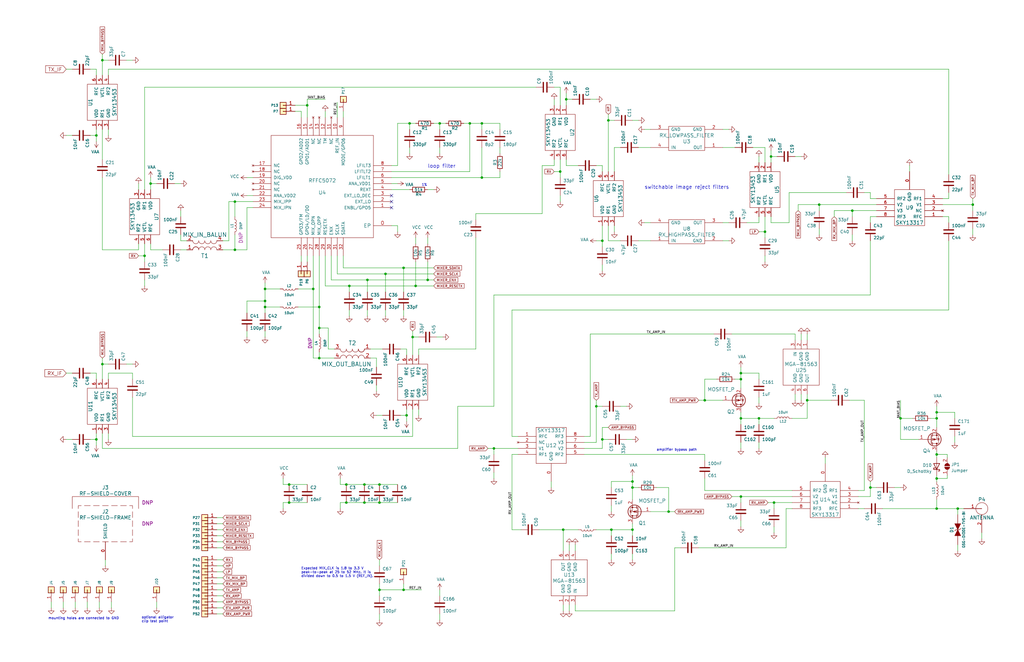
<source format=kicad_sch>
(kicad_sch (version 20211123) (generator eeschema)
  (paper "User" 431.8 279.4)
  (title_block (title "${TITLE}") (date "${DATE}") (rev "${VERSION}") (company "${COPYRIGHT}") (comment 1 "${LICENSE}"))
  (junction (at 111.76 121.92))
  (junction (at 394.97 214.63))
  (junction (at 203.2 74.93))
  (junction (at 254 101.6))
  (junction (at 146.05 212.09))
  (junction (at 403.86 214.63))
  (junction (at 40.64 57.15))
  (junction (at 99.06 105.41))
  (junction (at 394.97 176.53))
  (junction (at 281.94 215.9))
  (junction (at 312.42 157.48))
  (junction (at 170.18 248.92))
  (junction (at 121.92 204.47))
  (junction (at 326.39 212.09))
  (junction (at 160.02 204.47))
  (junction (at 254 185.42))
  (junction (at 160.02 248.92))
  (junction (at 129.54 44.45))
  (junction (at 111.76 129.54))
  (junction (at 160.02 212.09))
  (junction (at 394.97 191.77))
  (junction (at 379.73 176.53))
  (junction (at 340.36 168.91))
  (junction (at 171.45 175.26))
  (junction (at 60.96 107.95))
  (junction (at 312.42 209.55))
  (junction (at 238.76 41.91))
  (junction (at 154.94 118.11))
  (junction (at 237.49 223.52))
  (junction (at 320.04 176.53))
  (junction (at 134.62 138.43))
  (junction (at 266.7 205.74))
  (junction (at 153.67 204.47))
  (junction (at 367.03 205.74))
  (junction (at 162.56 115.57))
  (junction (at 63.5 77.47))
  (junction (at 146.05 204.47))
  (junction (at 394.97 201.93))
  (junction (at 297.18 168.91))
  (junction (at 256.54 50.8))
  (junction (at 208.28 189.23))
  (junction (at 359.41 88.9))
  (junction (at 147.32 120.65))
  (junction (at 394.97 173.99))
  (junction (at 345.44 86.36))
  (junction (at 153.67 212.09))
  (junction (at 312.42 160.02))
  (junction (at 134.62 129.54))
  (junction (at 180.34 118.11))
  (junction (at 198.12 52.07))
  (junction (at 172.72 52.07))
  (junction (at 257.81 223.52))
  (junction (at 121.92 212.09))
  (junction (at 170.18 113.03))
  (junction (at 111.76 127))
  (junction (at 43.18 153.67))
  (junction (at 175.26 120.65))
  (junction (at 40.64 185.42))
  (junction (at 266.7 223.52))
  (junction (at 236.22 72.39))
  (junction (at 185.42 52.07))
  (junction (at 173.99 142.24))
  (junction (at 132.08 121.92))
  (junction (at 325.12 66.04))
  (junction (at 99.06 85.09))
  (junction (at 134.62 151.13))
  (junction (at 322.58 97.79))
  (junction (at 43.18 25.4))
  (junction (at 251.46 171.45))
  (junction (at 203.2 52.07))
  (junction (at 266.7 203.2))
  (junction (at 312.42 176.53))
  (junction (at 410.21 86.36))
  (no_connect (at 165.1 82.55))
  (no_connect (at 165.1 85.09))
  (no_connect (at 165.1 87.63))
  (wire (pts (xy 186.69 142.24) (xy 184.15 142.24)))
  (wire (pts (xy 143.51 204.47) (xy 146.05 204.47)))
  (wire (pts (xy 400.05 101.6) (xy 400.05 130.81)))
  (wire (pts (xy 139.7 118.11) (xy 154.94 118.11)))
  (wire (pts (xy 55.88 153.67) (xy 53.34 153.67)))
  (wire (pts (xy 173.99 142.24) (xy 173.99 149.86)))
  (wire (pts (xy 304.8 93.98) (xy 307.34 93.98)))
  (wire (pts (xy 27.94 57.15) (xy 30.48 57.15)))
  (wire (pts (xy 127 49.53) (xy 127 46.99)))
  (wire (pts (xy 269.24 101.6) (xy 274.32 101.6)))
  (wire (pts (xy 383.54 69.85) (xy 383.54 72.39)))
  (wire (pts (xy 46.99 254) (xy 46.99 256.54)))
  (wire (pts (xy 312.42 212.09) (xy 312.42 209.55)))
  (wire (pts (xy 185.42 248.92) (xy 185.42 251.46)))
  (wire (pts (xy 394.97 173.99) (xy 394.97 176.53)))
  (wire (pts (xy 156.21 147.32) (xy 161.29 147.32)))
  (wire (pts (xy 331.47 214.63) (xy 334.01 214.63)))
  (wire (pts (xy 414.02 224.79) (xy 414.02 227.33)))
  (wire (pts (xy 367.03 91.44) (xy 369.57 91.44)))
  (wire (pts (xy 297.18 207.01) (xy 297.18 201.93)))
  (wire (pts (xy 111.76 121.92) (xy 111.76 127)))
  (wire (pts (xy 147.32 123.19) (xy 147.32 120.65)))
  (wire (pts (xy 312.42 176.53) (xy 320.04 176.53)))
  (wire (pts (xy 193.04 171.45) (xy 193.04 189.23)))
  (wire (pts (xy 91.44 231.14) (xy 93.98 231.14)))
  (wire (pts (xy 106.68 74.93) (xy 104.14 74.93)))
  (wire (pts (xy 400.05 130.81) (xy 215.9 130.81)))
  (wire (pts (xy 312.42 209.55) (xy 334.01 209.55)))
  (wire (pts (xy 322.58 68.58) (xy 322.58 62.23)))
  (wire (pts (xy 297.18 194.31) (xy 297.18 191.77)))
  (wire (pts (xy 147.32 133.35) (xy 147.32 130.81)))
  (wire (pts (xy 254 114.3) (xy 254 111.76)))
  (wire (pts (xy 124.46 44.45) (xy 129.54 44.45)))
  (wire (pts (xy 237.49 223.52) (xy 243.84 223.52)))
  (wire (pts (xy 96.52 101.6) (xy 96.52 85.09)))
  (wire (pts (xy 60.96 107.95) (xy 60.96 110.49)))
  (wire (pts (xy 91.44 228.6) (xy 93.98 228.6)))
  (wire (pts (xy 261.62 101.6) (xy 256.54 101.6)))
  (wire (pts (xy 410.21 86.36) (xy 410.21 88.9)))
  (wire (pts (xy 143.51 212.09) (xy 143.51 214.63)))
  (wire (pts (xy 154.94 133.35) (xy 154.94 130.81)))
  (wire (pts (xy 45.72 31.75) (xy 45.72 29.21)))
  (wire (pts (xy 185.42 54.61) (xy 185.42 52.07)))
  (wire (pts (xy 45.72 160.02) (xy 45.72 157.48)))
  (wire (pts (xy 121.92 212.09) (xy 129.54 212.09)))
  (wire (pts (xy 251.46 168.91) (xy 251.46 171.45)))
  (wire (pts (xy 257.81 203.2) (xy 257.81 205.74)))
  (wire (pts (xy 91.44 238.76) (xy 93.98 238.76)))
  (wire (pts (xy 176.53 149.86) (xy 176.53 147.32)))
  (wire (pts (xy 137.16 120.65) (xy 147.32 120.65)))
  (wire (pts (xy 326.39 212.09) (xy 334.01 212.09)))
  (wire (pts (xy 281.94 215.9) (xy 281.94 205.74)))
  (wire (pts (xy 312.42 160.02) (xy 309.88 160.02)))
  (wire (pts (xy 320.04 97.79) (xy 322.58 97.79)))
  (wire (pts (xy 176.53 147.32) (xy 200.66 147.32)))
  (wire (pts (xy 402.59 173.99) (xy 394.97 173.99)))
  (wire (pts (xy 175.26 100.33) (xy 175.26 102.87)))
  (wire (pts (xy 304.8 54.61) (xy 307.34 54.61)))
  (wire (pts (xy 331.47 231.14) (xy 331.47 214.63)))
  (wire (pts (xy 162.56 115.57) (xy 182.88 115.57)))
  (wire (pts (xy 172.72 64.77) (xy 172.72 62.23)))
  (wire (pts (xy 60.96 102.87) (xy 60.96 107.95)))
  (wire (pts (xy 158.75 175.26) (xy 161.29 175.26)))
  (wire (pts (xy 294.64 231.14) (xy 331.47 231.14)))
  (wire (pts (xy 104.14 127) (xy 104.14 132.08)))
  (wire (pts (xy 137.16 120.65) (xy 137.16 107.95)))
  (wire (pts (xy 359.41 101.6) (xy 359.41 99.06)))
  (wire (pts (xy 312.42 160.02) (xy 312.42 163.83)))
  (wire (pts (xy 340.36 176.53) (xy 334.01 176.53)))
  (wire (pts (xy 257.81 223.52) (xy 266.7 223.52)))
  (wire (pts (xy 334.01 207.01) (xy 297.18 207.01)))
  (wire (pts (xy 215.9 223.52) (xy 219.71 223.52)))
  (wire (pts (xy 153.67 212.09) (xy 160.02 212.09)))
  (wire (pts (xy 63.5 105.41) (xy 68.58 105.41)))
  (wire (pts (xy 297.18 160.02) (xy 297.18 168.91)))
  (wire (pts (xy 403.86 214.63) (xy 403.86 217.17)))
  (wire (pts (xy 173.99 184.15) (xy 55.88 184.15)))
  (wire (pts (xy 91.44 254) (xy 93.98 254)))
  (wire (pts (xy 171.45 175.26) (xy 171.45 177.8)))
  (wire (pts (xy 312.42 173.99) (xy 312.42 176.53)))
  (wire (pts (xy 93.98 101.6) (xy 96.52 101.6)))
  (wire (pts (xy 138.43 138.43) (xy 134.62 138.43)))
  (wire (pts (xy 119.38 204.47) (xy 121.92 204.47)))
  (wire (pts (xy 91.44 246.38) (xy 93.98 246.38)))
  (wire (pts (xy 337.82 143.51) (xy 337.82 140.97)))
  (wire (pts (xy 251.46 223.52) (xy 257.81 223.52)))
  (wire (pts (xy 243.84 69.85) (xy 238.76 69.85)))
  (wire (pts (xy 63.5 74.93) (xy 63.5 77.47)))
  (wire (pts (xy 91.44 248.92) (xy 93.98 248.92)))
  (wire (pts (xy 55.88 25.4) (xy 53.34 25.4)))
  (wire (pts (xy 40.64 31.75) (xy 40.64 29.21)))
  (wire (pts (xy 257.81 215.9) (xy 257.81 213.36)))
  (wire (pts (xy 208.28 189.23) (xy 218.44 189.23)))
  (wire (pts (xy 45.72 25.4) (xy 43.18 25.4)))
  (wire (pts (xy 400.05 81.28) (xy 400.05 83.82)))
  (wire (pts (xy 58.42 107.95) (xy 60.96 107.95)))
  (wire (pts (xy 104.14 82.55) (xy 106.68 82.55)))
  (wire (pts (xy 160.02 238.76) (xy 160.02 236.22)))
  (wire (pts (xy 394.97 191.77) (xy 394.97 193.04)))
  (wire (pts (xy 364.49 207.01) (xy 361.95 207.01)))
  (wire (pts (xy 254 69.85) (xy 254 72.39)))
  (wire (pts (xy 142.24 115.57) (xy 162.56 115.57)))
  (wire (pts (xy 198.12 52.07) (xy 203.2 52.07)))
  (wire (pts (xy 162.56 133.35) (xy 162.56 130.81)))
  (wire (pts (xy 254 189.23) (xy 246.38 189.23)))
  (wire (pts (xy 40.64 57.15) (xy 40.64 59.69)))
  (wire (pts (xy 132.08 107.95) (xy 132.08 121.92)))
  (wire (pts (xy 40.64 29.21) (xy 38.1 29.21)))
  (wire (pts (xy 335.28 140.97) (xy 308.61 140.97)))
  (wire (pts (xy 394.97 200.66) (xy 394.97 201.93)))
  (wire (pts (xy 60.96 80.01) (xy 60.96 36.83)))
  (wire (pts (xy 153.67 204.47) (xy 160.02 204.47)))
  (wire (pts (xy 170.18 246.38) (xy 170.18 248.92)))
  (wire (pts (xy 91.44 241.3) (xy 93.98 241.3)))
  (wire (pts (xy 167.64 52.07) (xy 172.72 52.07)))
  (wire (pts (xy 307.34 101.6) (xy 304.8 101.6)))
  (wire (pts (xy 55.88 184.15) (xy 55.88 167.64)))
  (wire (pts (xy 146.05 204.47) (xy 153.67 204.47)))
  (wire (pts (xy 134.62 138.43) (xy 134.62 140.97)))
  (wire (pts (xy 21.59 254) (xy 21.59 256.54)))
  (wire (pts (xy 173.99 139.7) (xy 173.99 142.24)))
  (wire (pts (xy 195.58 52.07) (xy 198.12 52.07)))
  (wire (pts (xy 144.78 49.53) (xy 144.78 46.99)))
  (wire (pts (xy 325.12 63.5) (xy 325.12 66.04)))
  (wire (pts (xy 144.78 113.03) (xy 170.18 113.03)))
  (wire (pts (xy 274.32 62.23) (xy 269.24 62.23)))
  (wire (pts (xy 125.73 121.92) (xy 132.08 121.92)))
  (wire (pts (xy 364.49 81.28) (xy 367.03 81.28)))
  (wire (pts (xy 129.54 44.45) (xy 129.54 49.53)))
  (wire (pts (xy 147.32 120.65) (xy 175.26 120.65)))
  (wire (pts (xy 345.44 86.36) (xy 369.57 86.36)))
  (wire (pts (xy 31.75 254) (xy 31.75 256.54)))
  (wire (pts (xy 91.44 243.84) (xy 93.98 243.84)))
  (wire (pts (xy 167.64 95.25) (xy 167.64 97.79)))
  (wire (pts (xy 203.2 52.07) (xy 210.82 52.07)))
  (wire (pts (xy 284.48 257.81) (xy 242.57 257.81)))
  (wire (pts (xy 91.44 259.08) (xy 93.98 259.08)))
  (wire (pts (xy 180.34 118.11) (xy 180.34 110.49)))
  (wire (pts (xy 351.79 91.44) (xy 351.79 88.9)))
  (wire (pts (xy 210.82 64.77) (xy 210.82 62.23)))
  (wire (pts (xy 246.38 184.15) (xy 248.92 184.15)))
  (wire (pts (xy 111.76 121.92) (xy 118.11 121.92)))
  (wire (pts (xy 99.06 85.09) (xy 106.68 85.09)))
  (wire (pts (xy 132.08 121.92) (xy 132.08 151.13)))
  (wire (pts (xy 379.73 176.53) (xy 379.73 185.42)))
  (wire (pts (xy 322.58 110.49) (xy 322.58 107.95)))
  (wire (pts (xy 111.76 127) (xy 111.76 129.54)))
  (wire (pts (xy 134.62 107.95) (xy 134.62 129.54)))
  (wire (pts (xy 205.74 189.23) (xy 208.28 189.23)))
  (wire (pts (xy 326.39 214.63) (xy 326.39 212.09)))
  (wire (pts (xy 326.39 224.79) (xy 326.39 222.25)))
  (wire (pts (xy 104.14 87.63) (xy 104.14 105.41)))
  (wire (pts (xy 91.44 256.54) (xy 93.98 256.54)))
  (wire (pts (xy 158.75 154.94) (xy 158.75 151.13)))
  (wire (pts (xy 266.7 223.52) (xy 266.7 226.06)))
  (wire (pts (xy 257.81 226.06) (xy 257.81 223.52)))
  (wire (pts (xy 254 101.6) (xy 254 104.14)))
  (wire (pts (xy 233.68 72.39) (xy 236.22 72.39)))
  (wire (pts (xy 254 180.34) (xy 254 185.42)))
  (wire (pts (xy 320.04 160.02) (xy 320.04 157.48)))
  (wire (pts (xy 193.04 189.23) (xy 43.18 189.23)))
  (wire (pts (xy 248.92 140.97) (xy 248.92 184.15)))
  (wire (pts (xy 160.02 248.92) (xy 160.02 251.46)))
  (wire (pts (xy 91.44 236.22) (xy 93.98 236.22)))
  (wire (pts (xy 119.38 204.47) (xy 119.38 201.93)))
  (wire (pts (xy 218.44 184.15) (xy 215.9 184.15)))
  (wire (pts (xy 63.5 102.87) (xy 63.5 105.41)))
  (wire (pts (xy 294.64 168.91) (xy 297.18 168.91)))
  (wire (pts (xy 237.49 232.41) (xy 237.49 223.52)))
  (wire (pts (xy 320.04 176.53) (xy 326.39 176.53)))
  (wire (pts (xy 402.59 186.69) (xy 402.59 184.15)))
  (wire (pts (xy 44.45 236.22) (xy 44.45 238.76)))
  (wire (pts (xy 172.72 80.01) (xy 165.1 80.01)))
  (wire (pts (xy 121.92 204.47) (xy 129.54 204.47)))
  (wire (pts (xy 118.11 129.54) (xy 111.76 129.54)))
  (wire (pts (xy 400.05 29.21) (xy 400.05 73.66)))
  (wire (pts (xy 314.96 93.98) (xy 320.04 93.98)))
  (wire (pts (xy 91.44 220.98) (xy 93.98 220.98)))
  (wire (pts (xy 76.2 77.47) (xy 73.66 77.47)))
  (wire (pts (xy 185.42 259.08) (xy 185.42 261.62)))
  (wire (pts (xy 284.48 257.81) (xy 284.48 231.14)))
  (wire (pts (xy 367.03 203.2) (xy 367.03 205.74)))
  (wire (pts (xy 27.94 29.21) (xy 30.48 29.21)))
  (wire (pts (xy 397.51 91.44) (xy 400.05 91.44)))
  (wire (pts (xy 208.28 171.45) (xy 208.28 124.46)))
  (wire (pts (xy 320.04 189.23) (xy 320.04 186.69)))
  (wire (pts (xy 160.02 246.38) (xy 160.02 248.92)))
  (wire (pts (xy 335.28 143.51) (xy 335.28 140.97)))
  (wire (pts (xy 175.26 120.65) (xy 175.26 110.49)))
  (wire (pts (xy 55.88 157.48) (xy 55.88 160.02)))
  (wire (pts (xy 111.76 129.54) (xy 111.76 132.08)))
  (wire (pts (xy 58.42 105.41) (xy 43.18 105.41)))
  (wire (pts (xy 43.18 151.13) (xy 43.18 153.67)))
  (wire (pts (xy 227.33 223.52) (xy 237.49 223.52)))
  (wire (pts (xy 27.94 157.48) (xy 30.48 157.48)))
  (wire (pts (xy 256.54 185.42) (xy 254 185.42)))
  (wire (pts (xy 111.76 119.38) (xy 111.76 121.92)))
  (wire (pts (xy 237.49 257.81) (xy 237.49 255.27)))
  (wire (pts (xy 251.46 69.85) (xy 254 69.85)))
  (wire (pts (xy 137.16 46.99) (xy 137.16 49.53)))
  (wire (pts (xy 26.67 254) (xy 26.67 256.54)))
  (wire (pts (xy 170.18 133.35) (xy 170.18 130.81)))
  (wire (pts (xy 320.04 66.04) (xy 320.04 68.58)))
  (wire (pts (xy 251.46 186.69) (xy 246.38 186.69)))
  (wire (pts (xy 312.42 157.48) (xy 312.42 160.02)))
  (wire (pts (xy 99.06 91.44) (xy 99.06 85.09)))
  (wire (pts (xy 240.03 229.87) (xy 240.03 232.41)))
  (wire (pts (xy 165.1 72.39) (xy 198.12 72.39)))
  (wire (pts (xy 367.03 83.82) (xy 369.57 83.82)))
  (wire (pts (xy 345.44 99.06) (xy 345.44 96.52)))
  (wire (pts (xy 400.05 91.44) (xy 400.05 93.98)))
  (wire (pts (xy 351.79 88.9) (xy 359.41 88.9)))
  (wire (pts (xy 266.7 236.22) (xy 266.7 233.68)))
  (wire (pts (xy 91.44 223.52) (xy 93.98 223.52)))
  (wire (pts (xy 332.74 81.28) (xy 356.87 81.28)))
  (wire (pts (xy 125.73 129.54) (xy 134.62 129.54)))
  (wire (pts (xy 63.5 77.47) (xy 63.5 80.01)))
  (wire (pts (xy 358.14 168.91) (xy 364.49 168.91)))
  (wire (pts (xy 200.66 147.32) (xy 200.66 100.33)))
  (wire (pts (xy 266.7 220.98) (xy 266.7 223.52)))
  (wire (pts (xy 167.64 77.47) (xy 165.1 77.47)))
  (wire (pts (xy 208.28 191.77) (xy 208.28 189.23)))
  (wire (pts (xy 359.41 88.9) (xy 369.57 88.9)))
  (wire (pts (xy 240.03 257.81) (xy 240.03 255.27)))
  (wire (pts (xy 369.57 205.74) (xy 367.03 205.74)))
  (wire (pts (xy 154.94 123.19) (xy 154.94 118.11)))
  (wire (pts (xy 266.7 205.74) (xy 266.7 210.82)))
  (wire (pts (xy 176.53 175.26) (xy 176.53 172.72)))
  (wire (pts (xy 40.64 182.88) (xy 40.64 185.42)))
  (wire (pts (xy 168.91 175.26) (xy 171.45 175.26)))
  (wire (pts (xy 160.02 248.92) (xy 170.18 248.92)))
  (wire (pts (xy 403.86 214.63) (xy 406.4 214.63)))
  (wire (pts (xy 165.1 74.93) (xy 203.2 74.93)))
  (wire (pts (xy 312.42 176.53) (xy 312.42 179.07)))
  (wire (pts (xy 264.16 171.45) (xy 261.62 171.45)))
  (wire (pts (xy 312.42 189.23) (xy 312.42 186.69)))
  (wire (pts (xy 236.22 44.45) (xy 236.22 36.83)))
  (wire (pts (xy 335.28 166.37) (xy 335.28 168.91)))
  (wire (pts (xy 38.1 57.15) (xy 40.64 57.15)))
  (wire (pts (xy 394.97 191.77) (xy 399.415 191.77)))
  (wire (pts (xy 171.45 147.32) (xy 171.45 149.86)))
  (wire (pts (xy 104.14 142.24) (xy 104.14 139.7)))
  (wire (pts (xy 259.08 50.8) (xy 256.54 50.8)))
  (wire (pts (xy 36.83 254) (xy 36.83 256.54)))
  (wire (pts (xy 43.18 25.4) (xy 43.18 31.75)))
  (wire (pts (xy 45.72 182.88) (xy 45.72 185.42)))
  (wire (pts (xy 43.18 189.23) (xy 43.18 182.88)))
  (wire (pts (xy 228.6 90.17) (xy 228.6 69.85)))
  (wire (pts (xy 76.2 105.41) (xy 78.74 105.41)))
  (wire (pts (xy 266.7 203.2) (xy 266.7 205.74)))
  (wire (pts (xy 170.18 123.19) (xy 170.18 113.03)))
  (wire (pts (xy 165.1 95.25) (xy 167.64 95.25)))
  (wire (pts (xy 402.59 176.53) (xy 402.59 173.99)))
  (wire (pts (xy 320.04 170.18) (xy 320.04 167.64)))
  (wire (pts (xy 394.97 171.45) (xy 394.97 173.99)))
  (wire (pts (xy 410.21 83.82) (xy 410.21 86.36)))
  (wire (pts (xy 119.38 212.09) (xy 121.92 212.09)))
  (wire (pts (xy 397.51 86.36) (xy 410.21 86.36)))
  (wire (pts (xy 367.03 124.46) (xy 367.03 101.6)))
  (wire (pts (xy 361.95 214.63) (xy 364.49 214.63)))
  (wire (pts (xy 119.38 212.09) (xy 119.38 214.63)))
  (wire (pts (xy 139.7 118.11) (xy 139.7 107.95)))
  (wire (pts (xy 236.22 67.31) (xy 236.22 72.39)))
  (wire (pts (xy 367.03 81.28) (xy 367.03 83.82)))
  (wire (pts (xy 91.44 226.06) (xy 93.98 226.06)))
  (wire (pts (xy 320.04 93.98) (xy 320.04 91.44)))
  (wire (pts (xy 336.55 88.9) (xy 336.55 86.36)))
  (wire (pts (xy 203.2 52.07) (xy 203.2 54.61)))
  (wire (pts (xy 281.94 215.9) (xy 284.48 215.9)))
  (wire (pts (xy 312.42 222.25) (xy 312.42 219.71)))
  (wire (pts (xy 350.52 168.91) (xy 340.36 168.91)))
  (wire (pts (xy 266.7 185.42) (xy 264.16 185.42)))
  (wire (pts (xy 228.6 69.85) (xy 233.68 69.85)))
  (wire (pts (xy 60.96 120.65) (xy 60.96 118.11)))
  (wire (pts (xy 91.44 251.46) (xy 93.98 251.46)))
  (wire (pts (xy 198.12 72.39) (xy 198.12 52.07)))
  (wire (pts (xy 345.44 88.9) (xy 345.44 86.36)))
  (wire (pts (xy 236.22 72.39) (xy 236.22 74.93)))
  (wire (pts (xy 236.22 85.09) (xy 236.22 82.55)))
  (wire (pts (xy 359.41 91.44) (xy 359.41 88.9)))
  (wire (pts (xy 332.74 93.98) (xy 325.12 93.98)))
  (wire (pts (xy 297.18 191.77) (xy 246.38 191.77)))
  (wire (pts (xy 154.94 118.11) (xy 180.34 118.11)))
  (wire (pts (xy 41.91 254) (xy 41.91 256.54)))
  (wire (pts (xy 200.66 90.17) (xy 228.6 90.17)))
  (wire (pts (xy 78.74 101.6) (xy 76.2 101.6)))
  (wire (pts (xy 367.03 209.55) (xy 361.95 209.55)))
  (wire (pts (xy 394.97 176.53) (xy 392.43 176.53)))
  (wire (pts (xy 200.66 92.71) (xy 200.66 90.17)))
  (wire (pts (xy 367.03 93.98) (xy 367.03 91.44)))
  (wire (pts (xy 176.53 142.24) (xy 173.99 142.24)))
  (wire (pts (xy 379.73 185.42) (xy 387.35 185.42)))
  (wire (pts (xy 233.68 69.85) (xy 233.68 67.31)))
  (wire (pts (xy 60.96 36.83) (xy 226.06 36.83)))
  (wire (pts (xy 322.58 97.79) (xy 322.58 100.33)))
  (wire (pts (xy 215.9 130.81) (xy 215.9 184.15)))
  (wire (pts (xy 281.94 205.74) (xy 276.86 205.74)))
  (wire (pts (xy 129.54 41.91) (xy 137.16 41.91)))
  (wire (pts (xy 134.62 148.59) (xy 134.62 151.13)))
  (wire (pts (xy 340.36 166.37) (xy 340.36 168.91)))
  (wire (pts (xy 322.58 62.23) (xy 317.5 62.23)))
  (wire (pts (xy 302.26 160.02) (xy 297.18 160.02)))
  (wire (pts (xy 134.62 129.54) (xy 134.62 138.43)))
  (wire (pts (xy 43.18 67.31) (xy 43.18 54.61)))
  (wire (pts (xy 172.72 52.07) (xy 175.26 52.07)))
  (wire (pts (xy 266.7 200.66) (xy 266.7 203.2)))
  (wire (pts (xy 297.18 168.91) (xy 304.8 168.91)))
  (wire (pts (xy 394.97 190.5) (xy 394.97 191.77)))
  (wire (pts (xy 58.42 77.47) (xy 58.42 80.01)))
  (wire (pts (xy 242.57 257.81) (xy 242.57 255.27)))
  (wire (pts (xy 170.18 113.03) (xy 182.88 113.03)))
  (wire (pts (xy 185.42 64.77) (xy 185.42 62.23)))
  (wire (pts (xy 323.85 212.09) (xy 326.39 212.09)))
  (wire (pts (xy 38.1 185.42) (xy 40.64 185.42)))
  (wire (pts (xy 182.88 52.07) (xy 185.42 52.07)))
  (wire (pts (xy 269.24 50.8) (xy 266.7 50.8)))
  (wire (pts (xy 308.61 209.55) (xy 312.42 209.55)))
  (wire (pts (xy 66.04 77.47) (xy 63.5 77.47)))
  (wire (pts (xy 394.97 214.63) (xy 403.86 214.63)))
  (wire (pts (xy 185.42 52.07) (xy 187.96 52.07)))
  (wire (pts (xy 208.28 201.93) (xy 208.28 199.39)))
  (wire (pts (xy 394.97 176.53) (xy 394.97 180.34)))
  (wire (pts (xy 218.44 191.77) (xy 215.9 191.77)))
  (wire (pts (xy 40.64 185.42) (xy 40.64 187.96)))
  (wire (pts (xy 175.26 120.65) (xy 182.88 120.65)))
  (wire (pts (xy 208.28 124.46) (xy 367.03 124.46)))
  (wire (pts (xy 162.56 123.19) (xy 162.56 115.57)))
  (wire (pts (xy 320.04 179.07) (xy 320.04 176.53)))
  (wire (pts (xy 127 107.95) (xy 127 110.49)))
  (wire (pts (xy 38.1 157.48) (xy 40.64 157.48)))
  (wire (pts (xy 340.36 168.91) (xy 340.36 176.53)))
  (wire (pts (xy 138.43 147.32) (xy 140.97 147.32)))
  (wire (pts (xy 364.49 168.91) (xy 364.49 207.01)))
  (wire (pts (xy 76.2 101.6) (xy 76.2 99.06)))
  (wire (pts (xy 106.68 87.63) (xy 104.14 87.63)))
  (wire (pts (xy 379.73 168.91) (xy 379.73 176.53)))
  (wire (pts (xy 312.42 154.94) (xy 312.42 157.48)))
  (wire (pts (xy 399.415 201.93) (xy 399.415 200.66)))
  (wire (pts (xy 129.54 110.49) (xy 129.54 107.95)))
  (wire (pts (xy 394.97 201.93) (xy 394.97 203.2)))
  (wire (pts (xy 146.05 212.09) (xy 153.67 212.09)))
  (wire (pts (xy 91.44 218.44) (xy 93.98 218.44)))
  (wire (pts (xy 256.54 50.8) (xy 256.54 72.39)))
  (wire (pts (xy 271.78 54.61) (xy 274.32 54.61)))
  (wire (pts (xy 215.9 191.77) (xy 215.9 223.52)))
  (wire (pts (xy 134.62 151.13) (xy 140.97 151.13)))
  (wire (pts (xy 43.18 22.86) (xy 43.18 25.4)))
  (wire (pts (xy 27.94 185.42) (xy 30.48 185.42)))
  (wire (pts (xy 337.82 66.04) (xy 335.28 66.04)))
  (wire (pts (xy 274.32 215.9) (xy 281.94 215.9)))
  (wire (pts (xy 203.2 74.93) (xy 210.82 74.93)))
  (wire (pts (xy 320.04 157.48) (xy 312.42 157.48)))
  (wire (pts (xy 76.2 88.9) (xy 76.2 91.44)))
  (wire (pts (xy 251.46 171.45) (xy 251.46 186.69)))
  (wire (pts (xy 259.08 97.79) (xy 259.08 95.25)))
  (wire (pts (xy 43.18 74.93) (xy 43.18 105.41)))
  (wire (pts (xy 325.12 66.04) (xy 325.12 68.58)))
  (wire (pts (xy 142.24 43.18) (xy 142.24 49.53)))
  (wire (pts (xy 158.75 165.1) (xy 158.75 162.56)))
  (wire (pts (xy 236.22 36.83) (xy 233.68 36.83)))
  (wire (pts (xy 394.97 210.82) (xy 394.97 214.63)))
  (wire (pts (xy 180.34 118.11) (xy 182.88 118.11)))
  (wire (pts (xy 394.97 201.93) (xy 399.415 201.93)))
  (wire (pts (xy 340.36 140.97) (xy 340.36 143.51)))
  (wire (pts (xy 384.81 176.53) (xy 379.73 176.53)))
  (wire (pts (xy 337.82 168.91) (xy 337.82 166.37)))
  (wire (pts (xy 158.75 151.13) (xy 156.21 151.13)))
  (wire (pts (xy 327.66 66.04) (xy 325.12 66.04)))
  (wire (pts (xy 332.74 93.98) (xy 332.74 81.28)))
  (wire (pts (xy 129.54 41.91) (xy 129.54 44.45)))
  (wire (pts (xy 271.78 93.98) (xy 274.32 93.98)))
  (wire (pts (xy 111.76 142.24) (xy 111.76 139.7)))
  (wire (pts (xy 167.64 69.85) (xy 167.64 52.07)))
  (wire (pts (xy 254 95.25) (xy 254 101.6)))
  (wire (pts (xy 45.72 157.48) (xy 55.88 157.48)))
  (wire (pts (xy 142.24 115.57) (xy 142.24 107.95)))
  (wire (pts (xy 251.46 41.91) (xy 248.92 41.91)))
  (wire (pts (xy 182.88 80.01) (xy 180.34 80.01)))
  (wire (pts (xy 132.08 151.13) (xy 134.62 151.13)))
  (wire (pts (xy 400.05 83.82) (xy 397.51 83.82)))
  (wire (pts (xy 143.51 204.47) (xy 143.51 201.93)))
  (wire (pts (xy 171.45 172.72) (xy 171.45 175.26)))
  (wire (pts (xy 58.42 102.87) (xy 58.42 105.41)))
  (wire (pts (xy 367.03 205.74) (xy 367.03 209.55)))
  (wire (pts (xy 45.72 153.67) (xy 43.18 153.67)))
  (wire (pts (xy 257.81 203.2) (xy 266.7 203.2)))
  (wire (pts (xy 322.58 91.44) (xy 322.58 97.79)))
  (wire (pts (xy 99.06 105.41) (xy 93.98 105.41)))
  (wire (pts (xy 233.68 41.91) (xy 233.68 44.45)))
  (wire (pts (xy 257.81 236.22) (xy 257.81 233.68)))
  (wire (pts (xy 238.76 41.91) (xy 238.76 44.45)))
  (wire (pts (xy 99.06 99.06) (xy 99.06 105.41)))
  (wire (pts (xy 261.62 62.23) (xy 259.08 62.23)))
  (wire (pts (xy 170.18 248.92) (xy 177.8 248.92)))
  (wire (pts (xy 256.54 101.6) (xy 256.54 95.25)))
  (wire (pts (xy 251.46 101.6) (xy 254 101.6)))
  (wire (pts (xy 347.98 193.04) (xy 347.98 195.58)))
  (wire (pts (xy 172.72 54.61) (xy 172.72 52.07)))
  (wire (pts (xy 379.73 205.74) (xy 377.19 205.74)))
  (wire (pts (xy 40.64 157.48) (xy 40.64 160.02)))
  (wire (pts (xy 210.82 52.07) (xy 210.82 54.61)))
  (wire (pts (xy 168.91 147.32) (xy 171.45 147.32)))
  (wire (pts (xy 284.48 231.14) (xy 287.02 231.14)))
  (wire (pts (xy 173.99 172.72) (xy 173.99 184.15)))
  (wire (pts (xy 259.08 62.23) (xy 259.08 72.39)))
  (wire (pts (xy 144.78 113.03) (xy 144.78 107.95)))
  (wire (pts (xy 403.86 232.41) (xy 403.86 229.87)))
  (wire (pts (xy 203.2 62.23) (xy 203.2 74.93)))
  (wire (pts (xy 45.72 29.21) (xy 400.05 29.21)))
  (wire (pts (xy 372.11 214.63) (xy 394.97 214.63)))
  (wire (pts (xy 300.99 140.97) (xy 248.92 140.97)))
  (wire (pts (xy 254 171.45) (xy 251.46 171.45)))
  (wire (pts (xy 66.04 254) (xy 66.04 256.54)))
  (wire (pts (xy 208.28 171.45) (xy 193.04 171.45)))
  (wire (pts (xy 160.02 212.09) (xy 167.64 212.09)))
  (wire (pts (xy 325.12 93.98) (xy 325.12 91.44)))
  (wire (pts (xy 309.88 62.23) (xy 304.8 62.23)))
  (wire (pts (xy 242.57 229.87) (xy 242.57 232.41)))
  (wire (pts (xy 238.76 69.85) (xy 238.76 67.31)))
  (wire (pts (xy 160.02 204.47) (xy 167.64 204.47)))
  (wire (pts (xy 410.21 99.06) (xy 410.21 96.52)))
  (wire (pts (xy 266.7 205.74) (xy 269.24 205.74)))
  (wire (pts (xy 238.76 39.37) (xy 238.76 41.91)))
  (wire (pts (xy 256.54 180.34) (xy 254 180.34)))
  (wire (pts (xy 40.64 54.61) (xy 40.64 57.15)))
  (wire (pts (xy 43.18 153.67) (xy 43.18 160.02)))
  (wire (pts (xy 210.82 74.93) (xy 210.82 72.39)))
  (wire (pts (xy 45.72 57.15) (xy 45.72 54.61)))
  (wire (pts (xy 160.02 261.62) (xy 160.02 259.08)))
  (wire (pts (xy 336.55 86.36) (xy 345.44 86.36)))
  (wire (pts (xy 96.52 85.09) (xy 99.06 85.09)))
  (wire (pts (xy 165.1 69.85) (xy 167.64 69.85)))
  (wire (pts (xy 143.51 212.09) (xy 146.05 212.09)))
  (wire (pts (xy 138.43 147.32) (xy 138.43 138.43)))
  (wire (pts (xy 180.34 100.33) (xy 180.34 102.87)))
  (wire (pts (xy 254 185.42) (xy 254 189.23)))
  (wire (pts (xy 241.3 41.91) (xy 238.76 41.91)))
  (wire (pts (xy 104.14 105.41) (xy 99.06 105.41)))
  (wire (pts (xy 111.76 127) (xy 104.14 127)))
  (wire (pts (xy 256.54 48.26) (xy 256.54 50.8)))
  (wire (pts (xy 127 46.99) (xy 124.46 46.99)))
  (wire (pts (xy 399.415 191.77) (xy 399.415 193.04)))
  (wire (pts (xy 232.41 205.74) (xy 232.41 203.2)))
  (text "optional alligator\nclip test point" (at 59.69 262.89 0) (effects (font (size 1.016 1.016)) (justify left bottom)))
  (text "mounting holes are connected to GND" (at 20.32 261.62 0) (effects (font (size 1.016 1.016)) (justify left bottom)))
  (text "Expected MIX_CLK is 1.8 to 3.3 V\npeak-to-peak at 25 to 52 MHz. It is\ndivided down to 0.5 to 1.5 V (REF_IN)." (at 127 243.84 0) (effects (font (size 1.016 1.016)) (justify left bottom)))
  (text "switchable image reject filters" (at 271.78 80.01 0) (effects (font (size 1.524 1.524)) (justify left bottom)))
  (text "1%" (at 177.8 78.74 0) (effects (font (size 1.016 1.016)) (justify left bottom)))
  (text "amplifier bypass path" (at 276.86 190.5 0) (effects (font (size 1.016 1.016)) (justify left bottom)))
  (text "loop filter" (at 180.34 71.12 0) (effects (font (size 1.524 1.524)) (justify left bottom)))
  (label "TX_AMP_OUT" (at 364.49 186.69 90) (effects (font (size 1.016 1.016))))
  (label "REF_IN" (at 177.8 248.92 180) (effects (font (size 1.016 1.016))))
  (label "!ANT_BIAS" (at 379.73 168.91 270) (effects (font (size 1.016 1.016))))
  (label "TX_AMP_IN" (at 280.67 140.97 180) (effects (font (size 1.016 1.016))))
  (label "!ANT_BIAS" (at 137.16 41.91 180) (effects (font (size 1.016 1.016))))
  (label "REF_IN" (at 142.24 43.18 270) (effects (font (size 1.016 1.016))))
  (label "RX_AMP_OUT" (at 215.9 217.17 90) (effects (font (size 1.016 1.016))))
  (label "RX_AMP_IN" (at 300.99 231.14 0) (effects (font (size 1.016 1.016))))
  (global_label "RX_AMP" (shape input) (at 93.98 251.46 0) (effects (font (size 1.016 1.016))) (property "Intersheet References" "${INTERSHEET_REFS}" (effects hide)))
  (global_label "TX_MIX_BP" (shape input) (at 93.98 243.84 0) (effects (font (size 1.016 1.016))) (property "Intersheet References" "${INTERSHEET_REFS}" (effects hide)))
  (global_label "!TX_AMP_PWR" (shape input) (at 294.64 168.91 180) (effects (font (size 1.016 1.016))) (property "Intersheet References" "${INTERSHEET_REFS}" (effects hide)))
  (global_label "AMP_BYPASS" (shape input) (at 93.98 254 0) (effects (font (size 1.016 1.016))) (property "Intersheet References" "${INTERSHEET_REFS}" (effects hide)))
  (global_label "RX" (shape input) (at 93.98 236.22 0) (effects (font (size 1.016 1.016))) (property "Intersheet References" "${INTERSHEET_REFS}" (effects hide)))
  (global_label "MIXER_SCLK" (shape input) (at 182.88 115.57 0) (effects (font (size 1.016 1.016))) (property "Intersheet References" "${INTERSHEET_REFS}" (effects hide)))
  (global_label "HP" (shape input) (at 93.98 238.76 0) (effects (font (size 1.016 1.016))) (property "Intersheet References" "${INTERSHEET_REFS}" (effects hide)))
  (global_label "RX" (shape input) (at 233.68 72.39 180) (effects (font (size 1.016 1.016))) (property "Intersheet References" "${INTERSHEET_REFS}" (effects hide)))
  (global_label "HP" (shape input) (at 256.54 48.26 90) (effects (font (size 1.016 1.016))) (property "Intersheet References" "${INTERSHEET_REFS}" (effects hide)))
  (global_label "RX_MIX_BP" (shape input) (at 351.79 91.44 270) (effects (font (size 1.016 1.016))) (property "Intersheet References" "${INTERSHEET_REFS}" (effects hide)))
  (global_label "LP" (shape input) (at 320.04 97.79 180) (effects (font (size 1.016 1.016))) (property "Intersheet References" "${INTERSHEET_REFS}" (effects hide)))
  (global_label "TX_IF" (shape input) (at 27.94 29.21 180) (effects (font (size 1.524 1.524))) (property "Intersheet References" "${INTERSHEET_REFS}" (effects hide)))
  (global_label "MIXER_RESETX" (shape input) (at 182.88 120.65 0) (effects (font (size 1.016 1.016))) (property "Intersheet References" "${INTERSHEET_REFS}" (effects hide)))
  (global_label "MIXER_SCLK" (shape input) (at 93.98 220.98 0) (effects (font (size 1.016 1.016))) (property "Intersheet References" "${INTERSHEET_REFS}" (effects hide)))
  (global_label "!MIX_BYPASS" (shape input) (at 336.55 88.9 270) (effects (font (size 1.016 1.016))) (property "Intersheet References" "${INTERSHEET_REFS}" (effects hide)))
  (global_label "AMP_BYPASS" (shape input) (at 256.54 180.34 0) (effects (font (size 1.016 1.016))) (property "Intersheet References" "${INTERSHEET_REFS}" (effects hide)))
  (global_label "MIX_BYPASS" (shape input) (at 93.98 228.6 0) (effects (font (size 1.016 1.016))) (property "Intersheet References" "${INTERSHEET_REFS}" (effects hide)))
  (global_label "RX_AMP" (shape input) (at 205.74 189.23 180) (effects (font (size 1.016 1.016))) (property "Intersheet References" "${INTERSHEET_REFS}" (effects hide)))
  (global_label "RX" (shape input) (at 58.42 107.95 180) (effects (font (size 1.016 1.016))) (property "Intersheet References" "${INTERSHEET_REFS}" (effects hide)))
  (global_label "!RX_AMP_PWR" (shape input) (at 93.98 259.08 0) (effects (font (size 1.016 1.016))) (property "Intersheet References" "${INTERSHEET_REFS}" (effects hide)))
  (global_label "!TX_AMP_PWR" (shape input) (at 93.98 256.54 0) (effects (font (size 1.016 1.016))) (property "Intersheet References" "${INTERSHEET_REFS}" (effects hide)))
  (global_label "MIX_CLK" (shape input) (at 160.02 236.22 90) (effects (font (size 1.016 1.016))) (property "Intersheet References" "${INTERSHEET_REFS}" (effects hide)))
  (global_label "RX_IF" (shape input) (at 27.94 157.48 180) (effects (font (size 1.524 1.524))) (property "Intersheet References" "${INTERSHEET_REFS}" (effects hide)))
  (global_label "TX_AMP" (shape input) (at 251.46 168.91 90) (effects (font (size 1.016 1.016))) (property "Intersheet References" "${INTERSHEET_REFS}" (effects hide)))
  (global_label "MIXER_ENX" (shape input) (at 93.98 223.52 0) (effects (font (size 1.016 1.016))) (property "Intersheet References" "${INTERSHEET_REFS}" (effects hide)))
  (global_label "MIXER_RESETX" (shape input) (at 93.98 226.06 0) (effects (font (size 1.016 1.016))) (property "Intersheet References" "${INTERSHEET_REFS}" (effects hide)))
  (global_label "LP" (shape input) (at 93.98 241.3 0) (effects (font (size 1.016 1.016))) (property "Intersheet References" "${INTERSHEET_REFS}" (effects hide)))
  (global_label "AMP_BYPASS" (shape input) (at 308.61 209.55 180) (effects (font (size 1.016 1.016))) (property "Intersheet References" "${INTERSHEET_REFS}" (effects hide)))
  (global_label "MIX_BYPASS" (shape input) (at 43.18 151.13 90) (effects (font (size 1.016 1.016))) (property "Intersheet References" "${INTERSHEET_REFS}" (effects hide)))
  (global_label "MIXER_SDATA" (shape input) (at 182.88 113.03 0) (effects (font (size 1.016 1.016))) (property "Intersheet References" "${INTERSHEET_REFS}" (effects hide)))
  (global_label "TX_AMP" (shape input) (at 93.98 248.92 0) (effects (font (size 1.016 1.016))) (property "Intersheet References" "${INTERSHEET_REFS}" (effects hide)))
  (global_label "MIXER_SDATA" (shape input) (at 93.98 218.44 0) (effects (font (size 1.016 1.016))) (property "Intersheet References" "${INTERSHEET_REFS}" (effects hide)))
  (global_label "TX_AMP" (shape input) (at 367.03 203.2 90) (effects (font (size 1.016 1.016))) (property "Intersheet References" "${INTERSHEET_REFS}" (effects hide)))
  (global_label "!MIX_BYPASS" (shape input) (at 43.18 22.86 90) (effects (font (size 1.016 1.016))) (property "Intersheet References" "${INTERSHEET_REFS}" (effects hide)))
  (global_label "!MIX_BYPASS" (shape input) (at 93.98 231.14 0) (effects (font (size 1.016 1.016))) (property "Intersheet References" "${INTERSHEET_REFS}" (effects hide)))
  (global_label "!RX_AMP_PWR" (shape input) (at 284.48 215.9 0) (effects (font (size 1.016 1.016))) (property "Intersheet References" "${INTERSHEET_REFS}" (effects hide)))
  (global_label "TX_MIX_BP" (shape input) (at 410.21 83.82 90) (effects (font (size 1.016 1.016))) (property "Intersheet References" "${INTERSHEET_REFS}" (effects hide)))
  (global_label "RX_MIX_BP" (shape input) (at 93.98 246.38 0) (effects (font (size 1.016 1.016))) (property "Intersheet References" "${INTERSHEET_REFS}" (effects hide)))
  (global_label "RX" (shape input) (at 173.99 139.7 90) (effects (font (size 1.016 1.016))) (property "Intersheet References" "${INTERSHEET_REFS}" (effects hide)))
  (global_label "MIXER_ENX" (shape input) (at 182.88 118.11 0) (effects (font (size 1.016 1.016))) (property "Intersheet References" "${INTERSHEET_REFS}" (effects hide)))
  (global_label "RX_AMP" (shape input) (at 323.85 212.09 180) (effects (font (size 1.016 1.016))) (property "Intersheet References" "${INTERSHEET_REFS}" (effects hide)))
  (symbol (lib_id "hackrf:GSG-RF-CONN") (at 414.02 214.63 0) (mirror y) (unit 1)
    (property "Reference" "P4" (at 414.02 210.82 0) (effects (font (size 1.524 1.524))))
    (property "Value" "ANTENNA" (at 414.02 218.44 0) (effects (font (size 1.524 1.524))))
    (property "Footprint" "hackrf:GSG-SMA-73251-2120" (effects hide))
    (property "Manufacturer" "Molex" (effects hide))
    (property "Part Number" "73251-2121" (effects hide))
    (property "Description" "CONN SMA JACK 50 OHM EDGE MNT W/JAM NUT & LOCK WASHER" (effects hide))
  )
  (symbol (lib_id "hackrf:FIL-DEA") (at 289.56 97.79 0) (unit 1)
    (property "Reference" "U8" (at 289.56 96.52 0) (effects (font (size 1.524 1.524))))
    (property "Value" "RX_HIGHPASS_FILTER" (at 289.56 99.06 0) (effects (font (size 1.524 1.524))))
    (property "Footprint" "hackrf:GSG-HP-DEA" (effects hide))
    (property "Manufacturer" "TDK" (effects hide))
    (property "Part Number" "DEA162400HT-8004B1" (effects hide))
    (property "Description" "FILTER HIGHPASS WLAN&BLUETOOTH" (effects hide))
  )
  (symbol (lib_id "hackrf:FIL-LP0603") (at 289.56 58.42 180) (unit 1)
    (property "Reference" "U3" (at 289.56 59.69 0) (effects (font (size 1.524 1.524))))
    (property "Value" "RX_LOWPASS_FILTER" (at 289.56 57.15 0) (effects (font (size 1.524 1.524))))
    (property "Footprint" "hackrf:GSG-LP0603" (effects hide))
    (property "Manufacturer" "AVX" (effects hide))
    (property "Part Number" "LP0603A1880ANTR" (effects hide))
    (property "Description" "FILTER LOW PASS 1880MHZ 0603 SMD" (effects hide))
  )
  (symbol (lib_id "power:GND") (at 158.75 165.1 0) (unit 1)
    (property "Reference" "#PWR079" (effects hide))
    (property "Value" "GND" (effects hide))
  )
  (symbol (lib_id "Device:C") (at 254 107.95 0) (unit 1)
    (property "Reference" "C30" (at 255.27 105.41 0) (effects (justify left)))
    (property "Value" "10nF" (at 255.27 110.49 0) (effects (justify left)))
    (property "Footprint" "hackrf:GSG-0402" (effects hide))
    (property "Manufacturer" "Murata" (effects hide))
    (property "Part Number" "GRM155R71C103KA01D" (effects hide))
    (property "Description" "CAP CER 10000PF 16V 10% X7R 0402" (effects hide))
  )
  (symbol (lib_id "power:GND") (at 254 114.3 0) (unit 1)
    (property "Reference" "#PWR077" (effects hide))
    (property "Value" "GND" (effects hide))
  )
  (symbol (lib_id "power:GND") (at 307.34 101.6 90) (unit 1)
    (property "Reference" "#PWR076" (effects hide))
    (property "Value" "GND" (effects hide))
  )
  (symbol (lib_id "power:GND") (at 307.34 54.61 90) (unit 1)
    (property "Reference" "#PWR075" (effects hide))
    (property "Value" "GND" (effects hide))
  )
  (symbol (lib_id "power:GND") (at 271.78 54.61 270) (unit 1)
    (property "Reference" "#PWR074" (effects hide))
    (property "Value" "GND" (effects hide))
  )
  (symbol (lib_id "power:GND") (at 271.78 93.98 270) (unit 1)
    (property "Reference" "#PWR073" (effects hide))
    (property "Value" "GND" (effects hide))
  )
  (symbol (lib_id "Device:C") (at 311.15 93.98 90) (unit 1)
    (property "Reference" "C26" (at 308.61 92.71 0) (effects (justify left)))
    (property "Value" "47pF" (at 313.69 92.71 0) (effects (justify left)))
    (property "Footprint" "hackrf:GSG-0402" (effects hide))
    (property "Manufacturer" "Murata" (effects hide))
    (property "Part Number" "GRM1555C1H470JA01D" (effects hide))
    (property "Description" "CAP CER 47PF 50V 5% NP0 0402" (effects hide))
  )
  (symbol (lib_id "power:GND") (at 414.02 227.33 0) (unit 1)
    (property "Reference" "#PWR072" (effects hide))
    (property "Value" "GND" (effects hide))
  )
  (symbol (lib_id "Device:C") (at 111.76 135.89 0) (unit 1)
    (property "Reference" "C42" (at 113.03 133.35 0) (effects (justify left)))
    (property "Value" "100pF" (at 113.03 138.43 0) (effects (justify left)))
    (property "Footprint" "hackrf:GSG-0402" (effects hide))
    (property "Manufacturer" "Murata" (effects hide))
    (property "Part Number" "GRM1555C1H101JA01D" (effects hide))
    (property "Description" "CAP CER 100PF 50V 5% NP0 0402" (effects hide))
  )
  (symbol (lib_id "power:GND") (at 111.76 142.24 0) (unit 1)
    (property "Reference" "#PWR071" (effects hide))
    (property "Value" "GND" (effects hide))
  )
  (symbol (lib_id "Device:C") (at 172.72 58.42 0) (unit 1)
    (property "Reference" "C12" (at 173.99 55.88 0) (effects (justify left)))
    (property "Value" "330pF" (at 173.99 60.96 0) (effects (justify left)))
    (property "Footprint" "hackrf:GSG-0402" (effects hide))
    (property "Manufacturer" "Murata" (effects hide))
    (property "Part Number" "GRM155R71H331KA01D" (effects hide))
    (property "Description" "CAP CER 330PF 50V 10% X7R 0402" (effects hide))
  )
  (symbol (lib_id "Device:R") (at 179.07 52.07 270) (unit 1)
    (property "Reference" "R1" (at 179.07 54.102 90))
    (property "Value" "470" (at 179.07 52.07 90))
    (property "Footprint" "hackrf:GSG-0402" (effects hide))
    (property "Manufacturer" "Stackpole" (effects hide))
    (property "Part Number" "RMCF0402JT470R" (effects hide))
    (property "Description" "RES TF 1/16W 470 OHM 5% 0402" (effects hide))
  )
  (symbol (lib_id "Device:C") (at 185.42 58.42 0) (unit 1)
    (property "Reference" "C13" (at 186.69 55.88 0) (effects (justify left)))
    (property "Value" "330pF" (at 186.69 60.96 0) (effects (justify left)))
    (property "Footprint" "hackrf:GSG-0402" (effects hide))
    (property "Manufacturer" "Murata" (effects hide))
    (property "Part Number" "GRM155R71H331KA01D" (effects hide))
    (property "Description" "CAP CER 330PF 50V 10% X7R 0402" (effects hide))
  )
  (symbol (lib_id "Device:R") (at 191.77 52.07 270) (unit 1)
    (property "Reference" "R2" (at 191.77 54.102 90))
    (property "Value" "470" (at 191.77 52.07 90))
    (property "Footprint" "hackrf:GSG-0402" (effects hide))
    (property "Manufacturer" "Stackpole" (effects hide))
    (property "Part Number" "RMCF0402JT470R" (effects hide))
    (property "Description" "RES TF 1/16W 470 OHM 5% 0402" (effects hide))
  )
  (symbol (lib_id "power:GND") (at 172.72 64.77 0) (unit 1)
    (property "Reference" "#PWR070" (effects hide))
    (property "Value" "GND" (effects hide))
  )
  (symbol (lib_id "power:GND") (at 185.42 64.77 0) (unit 1)
    (property "Reference" "#PWR069" (effects hide))
    (property "Value" "GND" (effects hide))
  )
  (symbol (lib_id "Device:C") (at 203.2 58.42 0) (unit 1)
    (property "Reference" "C14" (at 204.47 55.88 0) (effects (justify left)))
    (property "Value" "8p2" (at 204.47 60.96 0) (effects (justify left)))
    (property "Footprint" "hackrf:GSG-0402" (effects hide))
    (property "Manufacturer" "Taiyo Yuden" (effects hide))
    (property "Part Number" "UMK105CG8R2DV-F" (effects hide))
    (property "Description" "CAP CER 8.2PF 50V NP0 0402" (effects hide))
  )
  (symbol (lib_id "Device:C") (at 210.82 58.42 0) (unit 1)
    (property "Reference" "C15" (at 212.09 55.88 0) (effects (justify left)))
    (property "Value" "180pF" (at 212.09 60.96 0) (effects (justify left)))
    (property "Footprint" "hackrf:GSG-0402" (effects hide))
    (property "Manufacturer" "Murata" (effects hide))
    (property "Part Number" "GRM1555C1H181JA01D" (effects hide))
    (property "Description" "CAP CER 180PF 50V 5% NP0 0402" (effects hide))
  )
  (symbol (lib_id "Device:R") (at 210.82 68.58 180) (unit 1)
    (property "Reference" "R3" (at 208.788 68.58 90))
    (property "Value" "22k" (at 210.82 68.58 90))
    (property "Footprint" "hackrf:GSG-0402" (effects hide))
    (property "Manufacturer" "Panasonic" (effects hide))
    (property "Part Number" "ERJ-2GEJ223X" (effects hide))
    (property "Description" "RES 22K OHM 1/10W 5% 0402 SMD" (effects hide))
  )
  (symbol (lib_id "Device:C") (at 121.92 208.28 0) (unit 1)
    (property "Reference" "C1" (at 123.19 205.74 0) (effects (justify left)))
    (property "Value" "33pF" (at 123.19 210.82 0) (effects (justify left)))
    (property "Footprint" "hackrf:GSG-0402" (effects hide))
    (property "Manufacturer" "Murata" (effects hide))
    (property "Part Number" "GRM1555C1H330JA01D" (effects hide))
    (property "Description" "CAP CER 33PF 50V 5% NP0 0402" (effects hide))
  )
  (symbol (lib_id "Device:C") (at 129.54 208.28 0) (unit 1)
    (property "Reference" "C2" (at 130.81 205.74 0) (effects (justify left)))
    (property "Value" "10nF" (at 130.81 210.82 0) (effects (justify left)))
    (property "Footprint" "hackrf:GSG-0402" (effects hide))
    (property "Manufacturer" "Murata" (effects hide))
    (property "Part Number" "GRM155R71C103KA01D" (effects hide))
    (property "Description" "CAP CER 10000PF 16V 10% X7R 0402" (effects hide))
  )
  (symbol (lib_id "Device:C") (at 153.67 208.28 0) (unit 1)
    (property "Reference" "C4" (at 154.94 205.74 0) (effects (justify left)))
    (property "Value" "10nF" (at 154.94 210.82 0) (effects (justify left)))
    (property "Footprint" "hackrf:GSG-0402" (effects hide))
    (property "Manufacturer" "Murata" (effects hide))
    (property "Part Number" "GRM155R71C103KA01D" (effects hide))
    (property "Description" "CAP CER 10000PF 16V 10% X7R 0402" (effects hide))
  )
  (symbol (lib_id "Device:C") (at 146.05 208.28 0) (unit 1)
    (property "Reference" "C3" (at 147.32 205.74 0) (effects (justify left)))
    (property "Value" "33pF" (at 147.32 210.82 0) (effects (justify left)))
    (property "Footprint" "hackrf:GSG-0402" (effects hide))
    (property "Manufacturer" "Murata" (effects hide))
    (property "Part Number" "GRM1555C1H330JA01D" (effects hide))
    (property "Description" "CAP CER 33PF 50V 5% NP0 0402" (effects hide))
  )
  (symbol (lib_id "Device:C") (at 160.02 208.28 0) (unit 1)
    (property "Reference" "C5" (at 161.29 205.74 0) (effects (justify left)))
    (property "Value" "33pF" (at 161.29 210.82 0) (effects (justify left)))
    (property "Footprint" "hackrf:GSG-0402" (effects hide))
    (property "Manufacturer" "Murata" (effects hide))
    (property "Part Number" "GRM1555C1H330JA01D" (effects hide))
    (property "Description" "CAP CER 33PF 50V 5% NP0 0402" (effects hide))
  )
  (symbol (lib_id "Device:C") (at 167.64 208.28 0) (unit 1)
    (property "Reference" "C6" (at 168.91 205.74 0) (effects (justify left)))
    (property "Value" "10nF" (at 168.91 210.82 0) (effects (justify left)))
    (property "Footprint" "hackrf:GSG-0402" (effects hide))
    (property "Manufacturer" "Murata" (effects hide))
    (property "Part Number" "GRM155R71C103KA01D" (effects hide))
    (property "Description" "CAP CER 10000PF 16V 10% X7R 0402" (effects hide))
  )
  (symbol (lib_id "power:GND") (at 119.38 214.63 0) (unit 1)
    (property "Reference" "#PWR067" (effects hide))
    (property "Value" "GND" (effects hide))
  )
  (symbol (lib_id "Device:R") (at 176.53 80.01 270) (unit 1)
    (property "Reference" "R4" (at 176.53 82.042 90))
    (property "Value" "51k" (at 176.53 80.01 90))
    (property "Footprint" "hackrf:GSG-0402" (effects hide))
    (property "Manufacturer" "Stackpole" (effects hide))
    (property "Part Number" "RMCF0402FT51K0" (effects hide))
    (property "Description" "RES TF 51K OHM 1% 0.0625W 0402" (effects hide))
  )
  (symbol (lib_id "power:GND") (at 182.88 80.01 90) (unit 1)
    (property "Reference" "#PWR066" (effects hide))
    (property "Value" "GND" (effects hide))
  )
  (symbol (lib_id "power:GND") (at 137.16 46.99 180) (unit 1)
    (property "Reference" "#PWR065" (effects hide))
    (property "Value" "GND" (effects hide))
  )
  (symbol (lib_id "Device:R") (at 175.26 106.68 0) (unit 1)
    (property "Reference" "R5" (at 177.292 106.68 90))
    (property "Value" "10k" (at 175.26 106.68 90))
    (property "Footprint" "hackrf:GSG-0402" (effects hide))
    (property "Manufacturer" "Stackpole" (effects hide))
    (property "Part Number" "RMCF0402JT10K0" (effects hide))
    (property "Description" "RES 10K OHM 1/16W 5% 0402 SMD" (effects hide))
  )
  (symbol (lib_id "Device:C") (at 147.32 127 0) (unit 1)
    (property "Reference" "C34" (at 148.59 124.46 0) (effects (justify left)))
    (property "Value" "33pF" (at 148.59 129.54 0) (effects (justify left)))
    (property "Footprint" "hackrf:GSG-0402" (effects hide))
    (property "Manufacturer" "Murata" (effects hide))
    (property "Part Number" "GRM1555C1H330JA01D" (effects hide))
    (property "Description" "CAP CER 33PF 50V 5% NP0 0402" (effects hide))
  )
  (symbol (lib_id "Device:C") (at 154.94 127 0) (unit 1)
    (property "Reference" "C35" (at 156.21 124.46 0) (effects (justify left)))
    (property "Value" "33pF" (at 156.21 129.54 0) (effects (justify left)))
    (property "Footprint" "hackrf:GSG-0402" (effects hide))
    (property "Manufacturer" "Murata" (effects hide))
    (property "Part Number" "GRM1555C1H330JA01D" (effects hide))
    (property "Description" "CAP CER 33PF 50V 5% NP0 0402" (effects hide))
  )
  (symbol (lib_id "Device:C") (at 162.56 127 0) (unit 1)
    (property "Reference" "C36" (at 163.83 124.46 0) (effects (justify left)))
    (property "Value" "33pF" (at 163.83 129.54 0) (effects (justify left)))
    (property "Footprint" "hackrf:GSG-0402" (effects hide))
    (property "Manufacturer" "Murata" (effects hide))
    (property "Part Number" "GRM1555C1H330JA01D" (effects hide))
    (property "Description" "CAP CER 33PF 50V 5% NP0 0402" (effects hide))
  )
  (symbol (lib_id "Device:C") (at 170.18 127 0) (unit 1)
    (property "Reference" "C37" (at 171.45 124.46 0) (effects (justify left)))
    (property "Value" "33pF" (at 171.45 129.54 0) (effects (justify left)))
    (property "Footprint" "hackrf:GSG-0402" (effects hide))
    (property "Manufacturer" "Murata" (effects hide))
    (property "Part Number" "GRM1555C1H330JA01D" (effects hide))
    (property "Description" "CAP CER 33PF 50V 5% NP0 0402" (effects hide))
  )
  (symbol (lib_id "power:GND") (at 147.32 133.35 0) (unit 1)
    (property "Reference" "#PWR063" (effects hide))
    (property "Value" "GND" (effects hide))
  )
  (symbol (lib_id "power:GND") (at 154.94 133.35 0) (unit 1)
    (property "Reference" "#PWR062" (effects hide))
    (property "Value" "GND" (effects hide))
  )
  (symbol (lib_id "power:GND") (at 162.56 133.35 0) (unit 1)
    (property "Reference" "#PWR061" (effects hide))
    (property "Value" "GND" (effects hide))
  )
  (symbol (lib_id "power:GND") (at 170.18 133.35 0) (unit 1)
    (property "Reference" "#PWR060" (effects hide))
    (property "Value" "GND" (effects hide))
  )
  (symbol (lib_id "Device:R") (at 180.34 106.68 0) (unit 1)
    (property "Reference" "R6" (at 182.372 106.68 90))
    (property "Value" "10k" (at 180.34 106.68 90))
    (property "Footprint" "hackrf:GSG-0402" (effects hide))
    (property "Manufacturer" "Stackpole" (effects hide))
    (property "Part Number" "RMCF0402JT10K0" (effects hide))
    (property "Description" "RES 10K OHM 1/16W 5% 0402 SMD" (effects hide))
  )
  (symbol (lib_id "power:GND") (at 160.02 261.62 0) (unit 1)
    (property "Reference" "#PWR058" (effects hide))
    (property "Value" "GND" (effects hide))
  )
  (symbol (lib_id "power:GND") (at 403.86 232.41 0) (unit 1)
    (property "Reference" "#PWR057" (effects hide))
    (property "Value" "GND" (effects hide))
  )
  (symbol (lib_id "hackrf:GSG-DIODE-TVS-BI") (at 403.86 223.52 90) (unit 1)
    (property "Reference" "D1" (at 401.32 223.52 0))
    (property "Value" "GSG-DIODE-TVS-BI" (at 406.4 223.52 0) (effects (font (size 1.016 1.016))))
    (property "Footprint" "hackrf:GSG-0402" (effects hide))
    (property "Manufacturer" "Murata" (effects hide))
    (property "Part Number" "LXES15AAA1-100" (effects hide))
    (property "Description" "TVS DIODE ESD .05PF 15KV 0402" (effects hide))
  )
  (symbol (lib_id "power:GND") (at 167.64 97.79 0) (unit 1)
    (property "Reference" "#PWR056" (effects hide))
    (property "Value" "GND" (effects hide))
  )
  (symbol (lib_id "Device:L") (at 134.62 144.78 0) (unit 1)
    (property "Reference" "L4" (at 133.35 144.78 90) (effects (font (size 1.016 1.016))))
    (property "Value" "DNP" (at 137.16 144.78 90) (effects (font (size 1.016 1.016))))
    (property "Footprint" "hackrf:GSG-0402" (effects hide))
    (property "Note" "DNP" (at 130.81 144.78 90) (effects (font (size 1.524 1.524))))
  )
  (symbol (lib_id "power:GND") (at 104.14 142.24 0) (unit 1)
    (property "Reference" "#PWR055" (effects hide))
    (property "Value" "GND" (effects hide))
  )
  (symbol (lib_id "Device:C") (at 104.14 135.89 0) (unit 1)
    (property "Reference" "C41" (at 105.41 133.35 0) (effects (justify left)))
    (property "Value" "100pF" (at 105.41 138.43 0) (effects (justify left)))
    (property "Footprint" "hackrf:GSG-0402" (effects hide))
    (property "Manufacturer" "Murata" (effects hide))
    (property "Part Number" "GRM1555C1H101JA01D" (effects hide))
    (property "Description" "CAP CER 100PF 50V 5% NP0 0402" (effects hide))
  )
  (symbol (lib_id "gsg-symbols:SKY13453") (at 256.54 83.82 90) (unit 1)
    (property "Reference" "U6" (at 251.46 83.82 0) (effects (font (size 1.524 1.524))))
    (property "Value" "SKY13453" (at 261.62 83.82 0) (effects (font (size 1.524 1.524))))
    (property "Footprint" "gsg-modules:SKY13350-385LF" (effects hide))
    (property "Manufacturer" "Skyworks" (effects hide))
    (property "Part Number" "SKY13453-385LF" (effects hide))
    (property "Description" "IC RF SWITCH 6GHZ 6QFN" (effects hide))
  )
  (symbol (lib_id "Device:C") (at 265.43 101.6 270) (unit 1)
    (property "Reference" "C27" (at 267.97 102.87 0) (effects (justify left)))
    (property "Value" "47pF" (at 262.89 102.87 0) (effects (justify left)))
    (property "Footprint" "hackrf:GSG-0402" (effects hide))
    (property "Manufacturer" "Murata" (effects hide))
    (property "Part Number" "GRM1555C1H470JA01D" (effects hide))
    (property "Description" "CAP CER 47PF 50V 5% NP0 0402" (effects hide))
  )
  (symbol (lib_id "hackrf:BALUN-B0310J50100AHF") (at 86.36 102.87 180) (unit 1)
    (property "Reference" "T1" (at 86.36 107.95 0) (effects (font (size 1.778 1.778))))
    (property "Value" "MIX_IN_BALUN" (at 86.36 99.06 0) (effects (font (size 1.778 1.778))))
    (property "Footprint" "hackrf:GSG-B0310J50100AHF" (effects hide))
    (property "Manufacturer" "Anaren" (effects hide))
    (property "Part Number" "B0310J50100AHF" (effects hide))
    (property "Description" "Ultra Low Profile 0805 Balun 50 to 100 ohm Balanced" (effects hide))
  )
  (symbol (lib_id "power:GND") (at 76.2 88.9 180) (unit 1)
    (property "Reference" "#PWR054" (effects hide))
    (property "Value" "GND" (effects hide))
  )
  (symbol (lib_id "hackrf:BALUN-B0310J50100AHF") (at 148.59 149.86 0) (unit 1)
    (property "Reference" "T2" (at 148.59 144.78 0) (effects (font (size 1.778 1.778))))
    (property "Value" "MIX_OUT_BALUN" (at 146.05 153.67 0) (effects (font (size 1.778 1.778))))
    (property "Footprint" "hackrf:GSG-B0310J50100AHF" (effects hide))
    (property "Manufacturer" "Anaren" (effects hide))
    (property "Part Number" "B0310J50100AHF" (effects hide))
    (property "Description" "Ultra Low Profile 0805 Balun 50 to 100 ohm Balanced" (effects hide))
  )
  (symbol (lib_id "gsg-symbols:SKY13453") (at 43.18 171.45 90) (unit 1)
    (property "Reference" "U11" (at 38.1 171.45 0) (effects (font (size 1.524 1.524))))
    (property "Value" "SKY13453" (at 48.26 171.45 0) (effects (font (size 1.524 1.524))))
    (property "Footprint" "gsg-modules:SKY13350-385LF" (effects hide))
    (property "Manufacturer" "Skyworks" (effects hide))
    (property "Part Number" "SKY13453-385LF" (effects hide))
    (property "Description" "IC RF SWITCH 6GHZ 6QFN" (effects hide))
  )
  (symbol (lib_id "power:GND") (at 45.72 185.42 0) (unit 1)
    (property "Reference" "#PWR053" (effects hide))
    (property "Value" "GND" (effects hide))
  )
  (symbol (lib_id "Device:C") (at 55.88 163.83 0) (unit 1)
    (property "Reference" "C51" (at 57.15 161.29 0) (effects (justify left)))
    (property "Value" "22pF" (at 57.15 166.37 0) (effects (justify left)))
    (property "Footprint" "hackrf:GSG-0402" (effects hide))
    (property "Manufacturer" "Murata" (effects hide))
    (property "Part Number" "GRM1555C1H220JA01D" (effects hide))
    (property "Description" "CAP CER 22PF 50V 5% NP0 0402" (effects hide))
  )
  (symbol (lib_id "Device:C") (at 34.29 157.48 270) (unit 1)
    (property "Reference" "C48" (at 36.83 158.75 0) (effects (justify left)))
    (property "Value" "22pF" (at 31.75 158.75 0) (effects (justify left)))
    (property "Footprint" "hackrf:GSG-0402" (effects hide))
    (property "Manufacturer" "Murata" (effects hide))
    (property "Part Number" "GRM1555C1H220JA01D" (effects hide))
    (property "Description" "CAP CER 22PF 50V 5% NP0 0402" (effects hide))
  )
  (symbol (lib_id "Device:C") (at 43.18 71.12 0) (unit 1)
    (property "Reference" "C21" (at 44.45 68.58 0) (effects (justify left)))
    (property "Value" "22pF" (at 44.45 73.66 0) (effects (justify left)))
    (property "Footprint" "hackrf:GSG-0402" (effects hide))
    (property "Manufacturer" "Murata" (effects hide))
    (property "Part Number" "GRM1555C1H220JA01D" (effects hide))
    (property "Description" "CAP CER 22PF 50V 5% NP0 0402" (effects hide))
  )
  (symbol (lib_id "gsg-symbols:SKY13453") (at 43.18 43.18 90) (unit 1)
    (property "Reference" "U1" (at 38.1 43.18 0) (effects (font (size 1.524 1.524))))
    (property "Value" "SKY13453" (at 48.26 43.18 0) (effects (font (size 1.524 1.524))))
    (property "Footprint" "gsg-modules:SKY13350-385LF" (effects hide))
    (property "Manufacturer" "Skyworks" (effects hide))
    (property "Part Number" "SKY13453-385LF" (effects hide))
    (property "Description" "IC RF SWITCH 6GHZ 6QFN" (effects hide))
  )
  (symbol (lib_id "Device:C") (at 34.29 29.21 90) (unit 1)
    (property "Reference" "C8" (at 31.75 27.94 0) (effects (justify left)))
    (property "Value" "22pF" (at 36.83 27.94 0) (effects (justify left)))
    (property "Footprint" "hackrf:GSG-0402" (effects hide))
    (property "Manufacturer" "Murata" (effects hide))
    (property "Part Number" "GRM1555C1H220JA01D" (effects hide))
    (property "Description" "CAP CER 22PF 50V 5% NP0 0402" (effects hide))
  )
  (symbol (lib_id "power:GND") (at 45.72 57.15 0) (unit 1)
    (property "Reference" "#PWR052" (effects hide))
    (property "Value" "GND" (effects hide))
  )
  (symbol (lib_id "gsg-symbols:SKY13453") (at 322.58 80.01 270) (unit 1)
    (property "Reference" "U5" (at 327.66 80.01 0) (effects (font (size 1.524 1.524))))
    (property "Value" "SKY13453" (at 317.5 80.01 0) (effects (font (size 1.524 1.524))))
    (property "Footprint" "gsg-modules:SKY13350-385LF" (effects hide))
    (property "Manufacturer" "Skyworks" (effects hide))
    (property "Part Number" "SKY13453-385LF" (effects hide))
    (property "Description" "IC RF SWITCH 6GHZ 6QFN" (effects hide))
  )
  (symbol (lib_id "Device:C") (at 400.05 97.79 0) (mirror x) (unit 1)
    (property "Reference" "C44" (at 401.32 100.33 0) (effects (justify left)))
    (property "Value" "100nF" (at 401.32 95.25 0) (effects (justify left)))
    (property "Footprint" "hackrf:GSG-0402" (effects hide))
    (property "Manufacturer" "Murata" (effects hide))
    (property "Part Number" "GRM155R61A104KA01D" (effects hide))
    (property "Description" "CAP CER 0.1UF 10V 10% X5R 0402" (effects hide))
  )
  (symbol (lib_id "Device:C") (at 313.69 62.23 270) (mirror x) (unit 1)
    (property "Reference" "C18" (at 316.23 60.96 0) (effects (justify left)))
    (property "Value" "100nF" (at 311.15 60.96 0) (effects (justify left)))
    (property "Footprint" "hackrf:GSG-0402" (effects hide))
    (property "Manufacturer" "Murata" (effects hide))
    (property "Part Number" "GRM155R61A104KA01D" (effects hide))
    (property "Description" "CAP CER 0.1UF 10V 10% X5R 0402" (effects hide))
  )
  (symbol (lib_id "Device:C") (at 265.43 62.23 270) (mirror x) (unit 1)
    (property "Reference" "C17" (at 267.97 60.96 0) (effects (justify left)))
    (property "Value" "100nF" (at 262.89 60.96 0) (effects (justify left)))
    (property "Footprint" "hackrf:GSG-0402" (effects hide))
    (property "Manufacturer" "Murata" (effects hide))
    (property "Part Number" "GRM155R61A104KA01D" (effects hide))
    (property "Description" "CAP CER 0.1UF 10V 10% X5R 0402" (effects hide))
  )
  (symbol (lib_id "Device:C") (at 247.65 69.85 270) (unit 1)
    (property "Reference" "C20" (at 250.19 71.12 0) (effects (justify left)))
    (property "Value" "100nF" (at 245.11 71.12 0) (effects (justify left)))
    (property "Footprint" "hackrf:GSG-0402" (effects hide))
    (property "Manufacturer" "Murata" (effects hide))
    (property "Part Number" "GRM155R61A104KA01D" (effects hide))
    (property "Description" "CAP CER 0.1UF 10V 10% X5R 0402" (effects hide))
  )
  (symbol (lib_id "Device:C") (at 262.89 50.8 270) (mirror x) (unit 1)
    (property "Reference" "C11" (at 265.43 49.53 0) (effects (justify left)))
    (property "Value" "33pF" (at 260.35 49.53 0) (effects (justify left)))
    (property "Footprint" "hackrf:GSG-0402" (effects hide))
    (property "Manufacturer" "Murata" (effects hide))
    (property "Part Number" "GRM1555C1H330JA01D" (effects hide))
    (property "Description" "CAP CER 33PF 50V 5% NP0 0402" (effects hide))
  )
  (symbol (lib_id "power:GND") (at 269.24 50.8 90) (unit 1)
    (property "Reference" "#PWR051" (effects hide))
    (property "Value" "GND" (effects hide))
  )
  (symbol (lib_id "power:GND") (at 27.94 185.42 270) (unit 1)
    (property "Reference" "#PWR050" (effects hide))
    (property "Value" "GND" (effects hide))
  )
  (symbol (lib_id "Device:C") (at 34.29 185.42 270) (unit 1)
    (property "Reference" "C56" (at 36.83 186.69 0) (effects (justify left)))
    (property "Value" "10nF" (at 31.75 186.69 0) (effects (justify left)))
    (property "Footprint" "hackrf:GSG-0402" (effects hide))
    (property "Manufacturer" "Murata" (effects hide))
    (property "Part Number" "GRM155R71C103KA01D" (effects hide))
    (property "Description" "CAP CER 10000PF 16V 10% X7R 0402" (effects hide))
  )
  (symbol (lib_id "power:GND") (at 55.88 153.67 90) (unit 1)
    (property "Reference" "#PWR049" (effects hide))
    (property "Value" "GND" (effects hide))
  )
  (symbol (lib_id "Device:C") (at 49.53 153.67 270) (mirror x) (unit 1)
    (property "Reference" "C47" (at 52.07 152.4 0) (effects (justify left)))
    (property "Value" "33pF" (at 46.99 152.4 0) (effects (justify left)))
    (property "Footprint" "hackrf:GSG-0402" (effects hide))
    (property "Manufacturer" "Murata" (effects hide))
    (property "Part Number" "GRM1555C1H330JA01D" (effects hide))
    (property "Description" "CAP CER 33PF 50V 5% NP0 0402" (effects hide))
  )
  (symbol (lib_id "Device:C") (at 49.53 25.4 270) (mirror x) (unit 1)
    (property "Reference" "C7" (at 52.07 24.13 0) (effects (justify left)))
    (property "Value" "33pF" (at 46.99 24.13 0) (effects (justify left)))
    (property "Footprint" "hackrf:GSG-0402" (effects hide))
    (property "Manufacturer" "Murata" (effects hide))
    (property "Part Number" "GRM1555C1H330JA01D" (effects hide))
    (property "Description" "CAP CER 33PF 50V 5% NP0 0402" (effects hide))
  )
  (symbol (lib_id "power:GND") (at 55.88 25.4 90) (unit 1)
    (property "Reference" "#PWR048" (effects hide))
    (property "Value" "GND" (effects hide))
  )
  (symbol (lib_id "Device:C") (at 34.29 57.15 270) (unit 1)
    (property "Reference" "C16" (at 36.83 58.42 0) (effects (justify left)))
    (property "Value" "10nF" (at 31.75 58.42 0) (effects (justify left)))
    (property "Footprint" "hackrf:GSG-0402" (effects hide))
    (property "Manufacturer" "Murata" (effects hide))
    (property "Part Number" "GRM155R71C103KA01D" (effects hide))
    (property "Description" "CAP CER 10000PF 16V 10% X7R 0402" (effects hide))
  )
  (symbol (lib_id "power:GND") (at 27.94 57.15 270) (unit 1)
    (property "Reference" "#PWR047" (effects hide))
    (property "Value" "GND" (effects hide))
  )
  (symbol (lib_id "Device:L") (at 99.06 95.25 0) (unit 1)
    (property "Reference" "L1" (at 97.79 95.25 90) (effects (font (size 1.016 1.016))))
    (property "Value" "DNP" (at 101.6 95.25 90) (effects (font (size 1.016 1.016))))
    (property "Footprint" "hackrf:GSG-0402" (effects hide))
    (property "Note" "DNP" (at 101.6 100.33 90) (effects (font (size 1.524 1.524))))
  )
  (symbol (lib_id "power:GND") (at 76.2 77.47 90) (unit 1)
    (property "Reference" "#PWR046" (effects hide))
    (property "Value" "GND" (effects hide))
  )
  (symbol (lib_id "Device:C") (at 69.85 77.47 270) (mirror x) (unit 1)
    (property "Reference" "C22" (at 72.39 76.2 0) (effects (justify left)))
    (property "Value" "10nF" (at 67.31 76.2 0) (effects (justify left)))
    (property "Footprint" "hackrf:GSG-0402" (effects hide))
    (property "Manufacturer" "Murata" (effects hide))
    (property "Part Number" "GRM155R71C103KA01D" (effects hide))
    (property "Description" "CAP CER 10000PF 16V 10% X7R 0402" (effects hide))
  )
  (symbol (lib_id "Device:C") (at 72.39 105.41 270) (unit 1)
    (property "Reference" "C28" (at 74.93 106.68 0) (effects (justify left)))
    (property "Value" "100nF" (at 69.85 106.68 0) (effects (justify left)))
    (property "Footprint" "hackrf:GSG-0402" (effects hide))
    (property "Manufacturer" "Murata" (effects hide))
    (property "Part Number" "GRM155R61A104KA01D" (effects hide))
    (property "Description" "CAP CER 0.1UF 10V 10% X5R 0402" (effects hide))
  )
  (symbol (lib_id "power:GND") (at 58.42 77.47 180) (unit 1)
    (property "Reference" "#PWR045" (effects hide))
    (property "Value" "GND" (effects hide))
  )
  (symbol (lib_id "gsg-symbols:SKY13453") (at 60.96 91.44 270) (unit 1)
    (property "Reference" "U7" (at 66.04 91.44 0) (effects (font (size 1.524 1.524))))
    (property "Value" "SKY13453" (at 55.88 91.44 0) (effects (font (size 1.524 1.524))))
    (property "Footprint" "gsg-modules:SKY13350-385LF" (effects hide))
    (property "Manufacturer" "Skyworks" (effects hide))
    (property "Part Number" "SKY13453-385LF" (effects hide))
    (property "Description" "IC RF SWITCH 6GHZ 6QFN" (effects hide))
  )
  (symbol (lib_id "power:GND") (at 60.96 120.65 0) (unit 1)
    (property "Reference" "#PWR044" (effects hide))
    (property "Value" "GND" (effects hide))
  )
  (symbol (lib_id "Device:C") (at 60.96 114.3 0) (unit 1)
    (property "Reference" "C33" (at 62.23 111.76 0) (effects (justify left)))
    (property "Value" "33pF" (at 62.23 116.84 0) (effects (justify left)))
    (property "Footprint" "hackrf:GSG-0402" (effects hide))
    (property "Manufacturer" "Murata" (effects hide))
    (property "Part Number" "GRM1555C1H330JA01D" (effects hide))
    (property "Description" "CAP CER 33PF 50V 5% NP0 0402" (effects hide))
  )
  (symbol (lib_id "gsg-symbols:SKY13453") (at 236.22 55.88 270) (unit 1)
    (property "Reference" "U2" (at 241.3 55.88 0) (effects (font (size 1.524 1.524))))
    (property "Value" "SKY13453" (at 231.14 55.88 0) (effects (font (size 1.524 1.524))))
    (property "Footprint" "gsg-modules:SKY13350-385LF" (effects hide))
    (property "Manufacturer" "Skyworks" (effects hide))
    (property "Part Number" "SKY13453-385LF" (effects hide))
    (property "Description" "IC RF SWITCH 6GHZ 6QFN" (effects hide))
  )
  (symbol (lib_id "Device:C") (at 165.1 147.32 270) (unit 1)
    (property "Reference" "C46" (at 167.64 148.59 0) (effects (justify left)))
    (property "Value" "100nF" (at 162.56 148.59 0) (effects (justify left)))
    (property "Footprint" "hackrf:GSG-0402" (effects hide))
    (property "Manufacturer" "Murata" (effects hide))
    (property "Part Number" "GRM155R61A104KA01D" (effects hide))
    (property "Description" "CAP CER 0.1UF 10V 10% X5R 0402" (effects hide))
  )
  (symbol (lib_id "gsg-symbols:SKY13453") (at 173.99 161.29 90) (unit 1)
    (property "Reference" "U10" (at 168.91 161.29 0) (effects (font (size 1.524 1.524))))
    (property "Value" "SKY13453" (at 179.07 161.29 0) (effects (font (size 1.524 1.524))))
    (property "Footprint" "gsg-modules:SKY13350-385LF" (effects hide))
    (property "Manufacturer" "Skyworks" (effects hide))
    (property "Part Number" "SKY13453-385LF" (effects hide))
    (property "Description" "IC RF SWITCH 6GHZ 6QFN" (effects hide))
  )
  (symbol (lib_id "Device:C") (at 200.66 96.52 180) (unit 1)
    (property "Reference" "C23" (at 199.39 99.06 0) (effects (justify left)))
    (property "Value" "100nF" (at 199.39 93.98 0) (effects (justify left)))
    (property "Footprint" "hackrf:GSG-0402" (effects hide))
    (property "Manufacturer" "Murata" (effects hide))
    (property "Part Number" "GRM155R61A104KA01D" (effects hide))
    (property "Description" "CAP CER 0.1UF 10V 10% X5R 0402" (effects hide))
  )
  (symbol (lib_id "Device:C") (at 229.87 36.83 90) (unit 1)
    (property "Reference" "C9" (at 227.33 35.56 0) (effects (justify left)))
    (property "Value" "100nF" (at 232.41 35.56 0) (effects (justify left)))
    (property "Footprint" "hackrf:GSG-0402" (effects hide))
    (property "Manufacturer" "Murata" (effects hide))
    (property "Part Number" "GRM155R61A104KA01D" (effects hide))
    (property "Description" "CAP CER 0.1UF 10V 10% X5R 0402" (effects hide))
  )
  (symbol (lib_id "power:GND") (at 233.68 41.91 180) (unit 1)
    (property "Reference" "#PWR043" (effects hide))
    (property "Value" "GND" (effects hide))
  )
  (symbol (lib_id "power:GND") (at 259.08 97.79 0) (unit 1)
    (property "Reference" "#PWR042" (effects hide))
    (property "Value" "GND" (effects hide))
  )
  (symbol (lib_id "power:GND") (at 320.04 66.04 180) (unit 1)
    (property "Reference" "#PWR041" (effects hide))
    (property "Value" "GND" (effects hide))
  )
  (symbol (lib_id "Device:C") (at 360.68 81.28 270) (mirror x) (unit 1)
    (property "Reference" "C31" (at 363.22 80.01 0) (effects (justify left)))
    (property "Value" "100nF" (at 358.14 80.01 0) (effects (justify left)))
    (property "Footprint" "hackrf:GSG-0402" (effects hide))
    (property "Manufacturer" "Murata" (effects hide))
    (property "Part Number" "GRM155R61A104KA01D" (effects hide))
    (property "Description" "CAP CER 0.1UF 10V 10% X5R 0402" (effects hide))
  )
  (symbol (lib_id "hackrf:SKY13317") (at 383.54 87.63 180) (unit 1)
    (property "Reference" "U9" (at 383.54 87.63 0) (effects (font (size 1.524 1.524))))
    (property "Value" "SKY13317" (at 383.54 93.98 0) (effects (font (size 1.524 1.524))))
    (property "Footprint" "hackrf:GSG-SKY13317-373LF" (effects hide))
    (property "Manufacturer" "Skyworks" (effects hide))
    (property "Part Number" "SKY13317-373LF" (effects hide))
    (property "Description" "20 MHz-6.0 GHz pHEMT GaAs SP3T Switch" (effects hide))
  )
  (symbol (lib_id "Device:C") (at 400.05 77.47 0) (unit 1)
    (property "Reference" "C32" (at 401.32 74.93 0) (effects (justify left)))
    (property "Value" "22pF" (at 401.32 80.01 0) (effects (justify left)))
    (property "Footprint" "hackrf:GSG-0402" (effects hide))
    (property "Manufacturer" "Murata" (effects hide))
    (property "Part Number" "GRM1555C1H220JA01D" (effects hide))
    (property "Description" "CAP CER 22PF 50V 5% NP0 0402" (effects hide))
  )
  (symbol (lib_id "Device:C") (at 367.03 97.79 0) (unit 1)
    (property "Reference" "C43" (at 368.3 95.25 0) (effects (justify left)))
    (property "Value" "22pF" (at 368.3 100.33 0) (effects (justify left)))
    (property "Footprint" "hackrf:GSG-0402" (effects hide))
    (property "Manufacturer" "Murata" (effects hide))
    (property "Part Number" "GRM1555C1H220JA01D" (effects hide))
    (property "Description" "CAP CER 22PF 50V 5% NP0 0402" (effects hide))
  )
  (symbol (lib_id "hackrf:RFFC5072") (at 135.89 78.74 180) (unit 1)
    (property "Reference" "U4" (at 135.89 81.28 0) (effects (font (size 1.524 1.524))))
    (property "Value" "RFFC5072" (at 135.89 76.2 0) (effects (font (size 1.524 1.524))))
    (property "Footprint" "hackrf:GSG-QFN32" (effects hide))
    (property "Manufacturer" "RFMD" (effects hide))
    (property "Part Number" "RFFC5072TR7" (effects hide))
    (property "Description" "WIDEBAND SYNTHESIZER/VCO WITH INTEGRATED 6GHz MIXER" (effects hide))
  )
  (symbol (lib_id "hackrf:SKY13317") (at 232.41 187.96 0) (unit 1)
    (property "Reference" "U12" (at 232.41 187.96 0) (effects (font (size 1.524 1.524))))
    (property "Value" "SKY13317" (at 232.41 181.61 0) (effects (font (size 1.524 1.524))))
    (property "Footprint" "hackrf:GSG-SKY13317-373LF" (effects hide))
    (property "Manufacturer" "Skyworks" (effects hide))
    (property "Part Number" "SKY13317-373LF" (effects hide))
    (property "Description" "20 MHz-6.0 GHz pHEMT GaAs SP3T Switch" (effects hide))
  )
  (symbol (lib_id "hackrf:SKY13317") (at 347.98 210.82 180) (unit 1)
    (property "Reference" "U14" (at 347.98 210.82 0) (effects (font (size 1.524 1.524))))
    (property "Value" "SKY13317" (at 347.98 217.17 0) (effects (font (size 1.524 1.524))))
    (property "Footprint" "hackrf:GSG-SKY13317-373LF" (effects hide))
    (property "Manufacturer" "Skyworks" (effects hide))
    (property "Part Number" "SKY13317-373LF" (effects hide))
    (property "Description" "20 MHz-6.0 GHz pHEMT GaAs SP3T Switch" (effects hide))
  )
  (symbol (lib_id "Device:L") (at 247.65 223.52 270) (unit 1)
    (property "Reference" "L5" (at 247.65 222.25 90) (effects (font (size 1.016 1.016))))
    (property "Value" "10uH" (at 247.65 226.06 90) (effects (font (size 1.016 1.016))))
    (property "Footprint" "hackrf:GSG-0603" (effects hide))
    (property "Manufacturer" "Taiyo Yuden" (effects hide))
    (property "Part Number" "BRL1608T100M" (effects hide))
    (property "Description" "INDUCTR 10UH 220MA 20% 0603 SMD" (effects hide))
  )
  (symbol (lib_id "Device:C") (at 257.81 229.87 0) (unit 1)
    (property "Reference" "C52" (at 259.08 227.33 0) (effects (justify left)))
    (property "Value" "100pF" (at 259.08 232.41 0) (effects (justify left)))
    (property "Footprint" "hackrf:GSG-0402" (effects hide))
    (property "Manufacturer" "Murata" (effects hide))
    (property "Part Number" "GRM1555C1H101JA01D" (effects hide))
    (property "Description" "CAP CER 100PF 50V 5% NP0 0402" (effects hide))
  )
  (symbol (lib_id "Device:C") (at 368.3 214.63 90) (mirror x) (unit 1)
    (property "Reference" "C64" (at 365.76 215.9 0) (effects (justify left)))
    (property "Value" "100nF" (at 370.84 215.9 0) (effects (justify left)))
    (property "Footprint" "hackrf:GSG-0402" (effects hide))
    (property "Manufacturer" "Murata" (effects hide))
    (property "Part Number" "GRM155R61A104KA01D" (effects hide))
    (property "Description" "CAP CER 0.1UF 10V 10% X5R 0402" (effects hide))
  )
  (symbol (lib_id "power:GND") (at 257.81 236.22 0) (unit 1)
    (property "Reference" "#PWR040" (effects hide))
    (property "Value" "GND" (effects hide))
  )
  (symbol (lib_id "power:GND") (at 266.7 236.22 0) (unit 1)
    (property "Reference" "#PWR039" (effects hide))
    (property "Value" "GND" (effects hide))
  )
  (symbol (lib_id "hackrf:MGA-81563") (at 240.03 243.84 0) (unit 1)
    (property "Reference" "U13" (at 240.03 242.57 0) (effects (font (size 1.524 1.524))))
    (property "Value" "MGA-81563" (at 240.03 245.11 0) (effects (font (size 1.524 1.524))))
    (property "Footprint" "hackrf:GSG-SOT363" (effects hide))
    (property "Manufacturer" "Avago" (effects hide))
    (property "Part Number" "MGA-81563-TR1G" (effects hide))
    (property "Description" "0.1-6 GHz 3 V, 14 dBm Amplifier" (effects hide))
  )
  (symbol (lib_id "power:GND") (at 232.41 205.74 0) (unit 1)
    (property "Reference" "#PWR038" (effects hide))
    (property "Value" "GND" (effects hide))
  )
  (symbol (lib_id "power:GND") (at 383.54 69.85 180) (unit 1)
    (property "Reference" "#PWR037" (effects hide))
    (property "Value" "GND" (effects hide))
  )
  (symbol (lib_id "power:GND") (at 347.98 193.04 180) (unit 1)
    (property "Reference" "#PWR036" (effects hide))
    (property "Value" "GND" (effects hide))
  )
  (symbol (lib_id "Device:C") (at 297.18 198.12 0) (mirror x) (unit 1)
    (property "Reference" "C61" (at 298.45 200.66 0) (effects (justify left)))
    (property "Value" "100nF" (at 298.45 195.58 0) (effects (justify left)))
    (property "Footprint" "hackrf:GSG-0402" (effects hide))
    (property "Manufacturer" "Murata" (effects hide))
    (property "Part Number" "GRM155R61A104KA01D" (effects hide))
    (property "Description" "CAP CER 0.1UF 10V 10% X5R 0402" (effects hide))
  )
  (symbol (lib_id "Device:Q_PMOS_GSD") (at 269.24 215.9 180) (unit 1)
    (property "Reference" "Q1" (at 269.24 220.726 0) (effects (font (size 1.524 1.524)) (justify right)))
    (property "Value" "MOSFET_P" (at 269.24 211.328 0) (effects (font (size 1.524 1.524)) (justify right)))
    (property "Footprint" "gsg-modules:SOT23-3" (effects hide))
    (property "Manufacturer" "Fairchild" (effects hide))
    (property "Part Number" "BSS84" (effects hide))
    (property "Description" "MOSFET P-CH 50V 130MA SOT-23" (effects hide))
  )
  (symbol (lib_id "Device:C") (at 165.1 175.26 270) (unit 1)
    (property "Reference" "C54" (at 167.64 176.53 0) (effects (justify left)))
    (property "Value" "10nF" (at 162.56 176.53 0) (effects (justify left)))
    (property "Footprint" "hackrf:GSG-0402" (effects hide))
    (property "Manufacturer" "Murata" (effects hide))
    (property "Part Number" "GRM155R71C103KA01D" (effects hide))
    (property "Description" "CAP CER 10000PF 16V 10% X7R 0402" (effects hide))
  )
  (symbol (lib_id "power:GND") (at 158.75 175.26 270) (unit 1)
    (property "Reference" "#PWR035" (effects hide))
    (property "Value" "GND" (effects hide))
  )
  (symbol (lib_id "Device:C") (at 180.34 142.24 270) (mirror x) (unit 1)
    (property "Reference" "C45" (at 182.88 140.97 0) (effects (justify left)))
    (property "Value" "33pF" (at 177.8 140.97 0) (effects (justify left)))
    (property "Footprint" "hackrf:GSG-0402" (effects hide))
    (property "Manufacturer" "Murata" (effects hide))
    (property "Part Number" "GRM1555C1H330JA01D" (effects hide))
    (property "Description" "CAP CER 33PF 50V 5% NP0 0402" (effects hide))
  )
  (symbol (lib_id "power:GND") (at 186.69 142.24 90) (unit 1)
    (property "Reference" "#PWR034" (effects hide))
    (property "Value" "GND" (effects hide))
  )
  (symbol (lib_id "Device:C") (at 245.11 41.91 270) (mirror x) (unit 1)
    (property "Reference" "C10" (at 247.65 40.64 0) (effects (justify left)))
    (property "Value" "10nF" (at 242.57 40.64 0) (effects (justify left)))
    (property "Footprint" "hackrf:GSG-0402" (effects hide))
    (property "Manufacturer" "Murata" (effects hide))
    (property "Part Number" "GRM155R71C103KA01D" (effects hide))
    (property "Description" "CAP CER 10000PF 16V 10% X7R 0402" (effects hide))
  )
  (symbol (lib_id "power:GND") (at 251.46 41.91 90) (unit 1)
    (property "Reference" "#PWR033" (effects hide))
    (property "Value" "GND" (effects hide))
  )
  (symbol (lib_id "Device:C") (at 236.22 78.74 0) (mirror x) (unit 1)
    (property "Reference" "C24" (at 237.49 81.28 0) (effects (justify left)))
    (property "Value" "33pF" (at 237.49 76.2 0) (effects (justify left)))
    (property "Footprint" "hackrf:GSG-0402" (effects hide))
    (property "Manufacturer" "Murata" (effects hide))
    (property "Part Number" "GRM1555C1H330JA01D" (effects hide))
    (property "Description" "CAP CER 33PF 50V 5% NP0 0402" (effects hide))
  )
  (symbol (lib_id "power:GND") (at 236.22 85.09 0) (unit 1)
    (property "Reference" "#PWR032" (effects hide))
    (property "Value" "GND" (effects hide))
  )
  (symbol (lib_id "Device:C") (at 331.47 66.04 270) (mirror x) (unit 1)
    (property "Reference" "C19" (at 334.01 64.77 0) (effects (justify left)))
    (property "Value" "10nF" (at 328.93 64.77 0) (effects (justify left)))
    (property "Footprint" "hackrf:GSG-0402" (effects hide))
    (property "Manufacturer" "Murata" (effects hide))
    (property "Part Number" "GRM155R71C103KA01D" (effects hide))
    (property "Description" "CAP CER 10000PF 16V 10% X7R 0402" (effects hide))
  )
  (symbol (lib_id "power:GND") (at 337.82 66.04 90) (unit 1)
    (property "Reference" "#PWR031" (effects hide))
    (property "Value" "GND" (effects hide))
  )
  (symbol (lib_id "power:GND") (at 322.58 110.49 0) (unit 1)
    (property "Reference" "#PWR030" (effects hide))
    (property "Value" "GND" (effects hide))
  )
  (symbol (lib_id "Device:C") (at 322.58 104.14 0) (unit 1)
    (property "Reference" "C29" (at 323.85 101.6 0) (effects (justify left)))
    (property "Value" "33pF" (at 323.85 106.68 0) (effects (justify left)))
    (property "Footprint" "hackrf:GSG-0402" (effects hide))
    (property "Manufacturer" "Murata" (effects hide))
    (property "Part Number" "GRM1555C1H330JA01D" (effects hide))
    (property "Description" "CAP CER 33PF 50V 5% NP0 0402" (effects hide))
  )
  (symbol (lib_id "power:GND") (at 410.21 99.06 0) (unit 1)
    (property "Reference" "#PWR029" (effects hide))
    (property "Value" "GND" (effects hide))
  )
  (symbol (lib_id "Device:C") (at 410.21 92.71 0) (mirror x) (unit 1)
    (property "Reference" "C39" (at 411.48 95.25 0) (effects (justify left)))
    (property "Value" "33pF" (at 411.48 90.17 0) (effects (justify left)))
    (property "Footprint" "hackrf:GSG-0402" (effects hide))
    (property "Manufacturer" "Murata" (effects hide))
    (property "Part Number" "GRM1555C1H330JA01D" (effects hide))
    (property "Description" "CAP CER 33PF 50V 5% NP0 0402" (effects hide))
  )
  (symbol (lib_id "Device:C") (at 359.41 95.25 180) (unit 1)
    (property "Reference" "C40" (at 358.14 97.79 0) (effects (justify left)))
    (property "Value" "33pF" (at 358.14 92.71 0) (effects (justify left)))
    (property "Footprint" "hackrf:GSG-0402" (effects hide))
    (property "Manufacturer" "Murata" (effects hide))
    (property "Part Number" "GRM1555C1H330JA01D" (effects hide))
    (property "Description" "CAP CER 33PF 50V 5% NP0 0402" (effects hide))
  )
  (symbol (lib_id "power:GND") (at 359.41 101.6 0) (unit 1)
    (property "Reference" "#PWR028" (effects hide))
    (property "Value" "GND" (effects hide))
  )
  (symbol (lib_id "power:GND") (at 345.44 99.06 0) (unit 1)
    (property "Reference" "#PWR027" (effects hide))
    (property "Value" "GND" (effects hide))
  )
  (symbol (lib_id "Device:C") (at 345.44 92.71 180) (unit 1)
    (property "Reference" "C38" (at 344.17 95.25 0) (effects (justify left)))
    (property "Value" "33pF" (at 344.17 90.17 0) (effects (justify left)))
    (property "Footprint" "hackrf:GSG-0402" (effects hide))
    (property "Manufacturer" "Murata" (effects hide))
    (property "Part Number" "GRM1555C1H330JA01D" (effects hide))
    (property "Description" "CAP CER 33PF 50V 5% NP0 0402" (effects hide))
  )
  (symbol (lib_id "Device:C") (at 312.42 215.9 180) (unit 1)
    (property "Reference" "C65" (at 311.15 218.44 0) (effects (justify left)))
    (property "Value" "33pF" (at 311.15 213.36 0) (effects (justify left)))
    (property "Footprint" "hackrf:GSG-0402" (effects hide))
    (property "Manufacturer" "Murata" (effects hide))
    (property "Part Number" "GRM1555C1H330JA01D" (effects hide))
    (property "Description" "CAP CER 33PF 50V 5% NP0 0402" (effects hide))
  )
  (symbol (lib_id "power:GND") (at 312.42 222.25 0) (unit 1)
    (property "Reference" "#PWR026" (effects hide))
    (property "Value" "GND" (effects hide))
  )
  (symbol (lib_id "power:GND") (at 326.39 224.79 0) (unit 1)
    (property "Reference" "#PWR025" (effects hide))
    (property "Value" "GND" (effects hide))
  )
  (symbol (lib_id "Device:C") (at 326.39 218.44 180) (unit 1)
    (property "Reference" "C66" (at 325.12 220.98 0) (effects (justify left)))
    (property "Value" "33pF" (at 325.12 215.9 0) (effects (justify left)))
    (property "Footprint" "hackrf:GSG-0402" (effects hide))
    (property "Manufacturer" "Murata" (effects hide))
    (property "Part Number" "GRM1555C1H330JA01D" (effects hide))
    (property "Description" "CAP CER 33PF 50V 5% NP0 0402" (effects hide))
  )
  (symbol (lib_id "Device:C") (at 373.38 205.74 90) (mirror x) (unit 1)
    (property "Reference" "C63" (at 370.84 207.01 0) (effects (justify left)))
    (property "Value" "33pF" (at 375.92 207.01 0) (effects (justify left)))
    (property "Footprint" "hackrf:GSG-0402" (effects hide))
    (property "Manufacturer" "Murata" (effects hide))
    (property "Part Number" "GRM1555C1H330JA01D" (effects hide))
    (property "Description" "CAP CER 33PF 50V 5% NP0 0402" (effects hide))
  )
  (symbol (lib_id "power:GND") (at 379.73 205.74 90) (unit 1)
    (property "Reference" "#PWR024" (effects hide))
    (property "Value" "GND" (effects hide))
  )
  (symbol (lib_id "Device:C") (at 208.28 195.58 180) (unit 1)
    (property "Reference" "C60" (at 207.01 198.12 0) (effects (justify left)))
    (property "Value" "33pF" (at 207.01 193.04 0) (effects (justify left)))
    (property "Footprint" "hackrf:GSG-0402" (effects hide))
    (property "Manufacturer" "Murata" (effects hide))
    (property "Part Number" "GRM1555C1H330JA01D" (effects hide))
    (property "Description" "CAP CER 33PF 50V 5% NP0 0402" (effects hide))
  )
  (symbol (lib_id "power:GND") (at 208.28 201.93 0) (unit 1)
    (property "Reference" "#PWR023" (effects hide))
    (property "Value" "GND" (effects hide))
  )
  (symbol (lib_id "power:GND") (at 264.16 171.45 90) (unit 1)
    (property "Reference" "#PWR022" (effects hide))
    (property "Value" "GND" (effects hide))
  )
  (symbol (lib_id "Device:C") (at 257.81 171.45 90) (mirror x) (unit 1)
    (property "Reference" "C55" (at 255.27 172.72 0) (effects (justify left)))
    (property "Value" "33pF" (at 260.35 172.72 0) (effects (justify left)))
    (property "Footprint" "hackrf:GSG-0402" (effects hide))
    (property "Manufacturer" "Murata" (effects hide))
    (property "Part Number" "GRM1555C1H330JA01D" (effects hide))
    (property "Description" "CAP CER 33PF 50V 5% NP0 0402" (effects hide))
  )
  (symbol (lib_id "Device:C") (at 260.35 185.42 90) (mirror x) (unit 1)
    (property "Reference" "C57" (at 257.81 186.69 0) (effects (justify left)))
    (property "Value" "33pF" (at 262.89 186.69 0) (effects (justify left)))
    (property "Footprint" "hackrf:GSG-0402" (effects hide))
    (property "Manufacturer" "Murata" (effects hide))
    (property "Part Number" "GRM1555C1H330JA01D" (effects hide))
    (property "Description" "CAP CER 33PF 50V 5% NP0 0402" (effects hide))
  )
  (symbol (lib_id "power:GND") (at 266.7 185.42 90) (unit 1)
    (property "Reference" "#PWR021" (effects hide))
    (property "Value" "GND" (effects hide))
  )
  (symbol (lib_id "power:GND") (at 176.53 175.26 0) (unit 1)
    (property "Reference" "#PWR020" (effects hide))
    (property "Value" "GND" (effects hide))
  )
  (symbol (lib_id "Device:C") (at 76.2 95.25 180) (unit 1)
    (property "Reference" "C25" (at 74.93 97.79 0) (effects (justify left)))
    (property "Value" "100nF" (at 74.93 92.71 0) (effects (justify left)))
    (property "Footprint" "hackrf:GSG-0402" (effects hide))
    (property "Manufacturer" "Murata" (effects hide))
    (property "Part Number" "GRM155R61A104KA01D" (effects hide))
    (property "Description" "CAP CER 0.1UF 10V 10% X5R 0402" (effects hide))
  )
  (symbol (lib_id "Device:C") (at 158.75 158.75 180) (unit 1)
    (property "Reference" "C49" (at 157.48 161.29 0) (effects (justify left)))
    (property "Value" "100nF" (at 157.48 156.21 0) (effects (justify left)))
    (property "Footprint" "hackrf:GSG-0402" (effects hide))
    (property "Manufacturer" "Murata" (effects hide))
    (property "Part Number" "GRM155R61A104KA01D" (effects hide))
    (property "Description" "CAP CER 0.1UF 10V 10% X5R 0402" (effects hide))
  )
  (symbol (lib_id "Device:L") (at 121.92 121.92 270) (unit 1)
    (property "Reference" "L2" (at 121.92 120.65 90) (effects (font (size 1.016 1.016))))
    (property "Value" "10uH" (at 121.92 124.46 90) (effects (font (size 1.016 1.016))))
    (property "Footprint" "hackrf:GSG-0603" (effects hide))
    (property "Manufacturer" "Taiyo Yuden" (effects hide))
    (property "Part Number" "BRL1608T100M" (effects hide))
    (property "Description" "INDUCTR 10UH 220MA 20% 0603 SMD" (effects hide))
  )
  (symbol (lib_id "Device:L") (at 121.92 129.54 270) (unit 1)
    (property "Reference" "L3" (at 121.92 128.27 90) (effects (font (size 1.016 1.016))))
    (property "Value" "10uH" (at 121.92 132.08 90) (effects (font (size 1.016 1.016))))
    (property "Footprint" "hackrf:GSG-0603" (effects hide))
    (property "Manufacturer" "Taiyo Yuden" (effects hide))
    (property "Part Number" "BRL1608T100M" (effects hide))
    (property "Description" "INDUCTR 10UH 220MA 20% 0603 SMD" (effects hide))
  )
  (symbol (lib_id "Device:C") (at 266.7 229.87 0) (mirror x) (unit 1)
    (property "Reference" "C163" (at 267.97 232.41 0) (effects (justify left)))
    (property "Value" "10nF" (at 267.97 227.33 0) (effects (justify left)))
    (property "Footprint" "hackrf:GSG-0402" (effects hide))
    (property "Manufacturer" "Murata" (effects hide))
    (property "Part Number" "GRM155R71C103KA01D" (effects hide))
    (property "Description" "CAP CER 10000PF 16V 10% X7R 0402" (effects hide))
  )
  (symbol (lib_id "Device:C") (at 312.42 182.88 0) (mirror x) (unit 1)
    (property "Reference" "C162" (at 313.69 185.42 0) (effects (justify left)))
    (property "Value" "10nF" (at 313.69 180.34 0) (effects (justify left)))
    (property "Footprint" "hackrf:GSG-0402" (effects hide))
    (property "Manufacturer" "Murata" (effects hide))
    (property "Part Number" "GRM155R71C103KA01D" (effects hide))
    (property "Description" "CAP CER 10000PF 16V 10% X7R 0402" (effects hide))
  )
  (symbol (lib_id "Device:Q_PMOS_GSD") (at 309.88 168.91 0) (mirror x) (unit 1)
    (property "Reference" "Q2" (at 309.88 173.736 0) (effects (font (size 1.524 1.524)) (justify right)))
    (property "Value" "MOSFET_P" (at 309.88 164.338 0) (effects (font (size 1.524 1.524)) (justify right)))
    (property "Footprint" "gsg-modules:SOT23-3" (effects hide))
    (property "Manufacturer" "Fairchild" (effects hide))
    (property "Part Number" "BSS84" (effects hide))
    (property "Description" "MOSFET P-CH 50V 130MA SOT-23" (effects hide))
  )
  (symbol (lib_id "power:GND") (at 312.42 189.23 0) (unit 1)
    (property "Reference" "#PWR019" (effects hide))
    (property "Value" "GND" (effects hide))
  )
  (symbol (lib_id "power:GND") (at 320.04 189.23 0) (unit 1)
    (property "Reference" "#PWR018" (effects hide))
    (property "Value" "GND" (effects hide))
  )
  (symbol (lib_id "Device:C") (at 320.04 163.83 0) (unit 1)
    (property "Reference" "C161" (at 321.31 161.29 0) (effects (justify left)))
    (property "Value" "1uF" (at 321.31 166.37 0) (effects (justify left)))
    (property "Footprint" "hackrf:GSG-0402" (effects hide))
    (property "Manufacturer" "Taiyo Yuden" (effects hide))
    (property "Part Number" "LMK105BJ105KV-F" (effects hide))
    (property "Description" "CAP CER 1UF 10V 10% X5R 0402" (effects hide))
  )
  (symbol (lib_id "Device:C") (at 320.04 182.88 0) (unit 1)
    (property "Reference" "C160" (at 321.31 180.34 0) (effects (justify left)))
    (property "Value" "100pF" (at 321.31 185.42 0) (effects (justify left)))
    (property "Footprint" "hackrf:GSG-0402" (effects hide))
    (property "Manufacturer" "Murata" (effects hide))
    (property "Part Number" "GRM1555C1H101JA01D" (effects hide))
    (property "Description" "CAP CER 100PF 50V 5% NP0 0402" (effects hide))
  )
  (symbol (lib_id "Device:L") (at 330.2 176.53 90) (unit 1)
    (property "Reference" "L12" (at 330.2 177.8 90) (effects (font (size 1.016 1.016))))
    (property "Value" "10uH" (at 330.2 173.99 90) (effects (font (size 1.016 1.016))))
    (property "Footprint" "hackrf:GSG-0603" (effects hide))
    (property "Manufacturer" "Taiyo Yuden" (effects hide))
    (property "Part Number" "BRL1608T100M" (effects hide))
    (property "Description" "INDUCTR 10UH 220MA 20% 0603 SMD" (effects hide))
  )
  (symbol (lib_id "hackrf:MGA-81563") (at 337.82 154.94 180) (unit 1)
    (property "Reference" "U25" (at 337.82 156.21 0) (effects (font (size 1.524 1.524))))
    (property "Value" "MGA-81563" (at 337.82 153.67 0) (effects (font (size 1.524 1.524))))
    (property "Footprint" "hackrf:GSG-SOT363" (effects hide))
    (property "Manufacturer" "Avago" (effects hide))
    (property "Part Number" "MGA-81563-TR1G" (effects hide))
    (property "Description" "0.1-6 GHz 3 V, 14 dBm Amplifier" (effects hide))
  )
  (symbol (lib_id "Device:R") (at 273.05 205.74 90) (unit 1)
    (property "Reference" "R29" (at 273.05 203.708 90))
    (property "Value" "10k" (at 273.05 205.74 90))
    (property "Footprint" "hackrf:GSG-0402" (effects hide))
    (property "Manufacturer" "Stackpole" (effects hide))
    (property "Part Number" "RMCF0402JT10K0" (effects hide))
    (property "Description" "RES 10K OHM 1/16W 5% 0402 SMD" (effects hide))
  )
  (symbol (lib_id "Device:R") (at 306.07 160.02 90) (unit 1)
    (property "Reference" "R24" (at 306.07 157.988 90))
    (property "Value" "10k" (at 306.07 160.02 90))
    (property "Footprint" "hackrf:GSG-0402" (effects hide))
    (property "Manufacturer" "Stackpole" (effects hide))
    (property "Part Number" "RMCF0402JT10K0" (effects hide))
    (property "Description" "RES 10K OHM 1/16W 5% 0402 SMD" (effects hide))
  )
  (symbol (lib_id "power:GND") (at 143.51 214.63 0) (unit 1)
    (property "Reference" "#PWR015" (effects hide))
    (property "Value" "GND" (effects hide))
  )
  (symbol (lib_id "power:GND") (at 240.03 229.87 180) (unit 1)
    (property "Reference" "#PWR012" (effects hide))
    (property "Value" "GND" (effects hide))
  )
  (symbol (lib_id "power:GND") (at 242.57 229.87 180) (unit 1)
    (property "Reference" "#PWR011" (effects hide))
    (property "Value" "GND" (effects hide))
  )
  (symbol (lib_id "power:GND") (at 240.03 257.81 0) (unit 1)
    (property "Reference" "#PWR010" (effects hide))
    (property "Value" "GND" (effects hide))
  )
  (symbol (lib_id "power:GND") (at 237.49 257.81 0) (unit 1)
    (property "Reference" "#PWR09" (effects hide))
    (property "Value" "GND" (effects hide))
  )
  (symbol (lib_id "power:GND") (at 257.81 215.9 0) (unit 1)
    (property "Reference" "#PWR08" (effects hide))
    (property "Value" "GND" (effects hide))
  )
  (symbol (lib_id "power:GND") (at 337.82 140.97 180) (unit 1)
    (property "Reference" "#PWR07" (effects hide))
    (property "Value" "GND" (effects hide))
  )
  (symbol (lib_id "power:GND") (at 340.36 140.97 180) (unit 1)
    (property "Reference" "#PWR06" (effects hide))
    (property "Value" "GND" (effects hide))
  )
  (symbol (lib_id "power:GND") (at 320.04 170.18 0) (unit 1)
    (property "Reference" "#PWR05" (effects hide))
    (property "Value" "GND" (effects hide))
  )
  (symbol (lib_id "power:GND") (at 335.28 168.91 0) (unit 1)
    (property "Reference" "#PWR03" (effects hide))
    (property "Value" "GND" (effects hide))
  )
  (symbol (lib_id "power:GND") (at 337.82 168.91 0) (unit 1)
    (property "Reference" "#PWR02" (effects hide))
    (property "Value" "GND" (effects hide))
  )
  (symbol (lib_id "Device:C") (at 257.81 209.55 0) (unit 1)
    (property "Reference" "C53" (at 259.08 207.01 0) (effects (justify left)))
    (property "Value" "1uF" (at 259.08 212.09 0) (effects (justify left)))
    (property "Footprint" "hackrf:GSG-0402" (effects hide))
    (property "Manufacturer" "Taiyo Yuden" (effects hide))
    (property "Part Number" "LMK105BJ105KV-F" (effects hide))
    (property "Description" "CAP CER 1UF 10V 10% X5R 0402" (effects hide))
  )
  (symbol (lib_id "Connector_Generic:Conn_01x01") (at 129.54 115.57 270) (unit 1)
    (property "Reference" "P6" (at 129.54 117.602 0) (effects (font (size 1.016 1.016)) (justify left)))
    (property "Value" "GPO4" (effects hide))
    (property "Footprint" "hackrf:GSG-TESTPOINT-50MIL" (effects hide))
    (property "Note" "DNP" (effects hide))
  )
  (symbol (lib_id "hackrf:RF-SHIELD-FRAME") (at 44.45 228.6 0) (unit 1)
    (property "Reference" "J2" (at 44.45 215.9 0) (effects (font (size 1.524 1.524))))
    (property "Value" "RF-SHIELD-FRAME" (at 44.45 218.44 0) (effects (font (size 1.524 1.524))))
    (property "Footprint" "hackrf:GSG-SHIELD-BMI-S-230" (effects hide))
    (property "Manufacturer" "Laird" (effects hide))
    (property "Part Number" "BMI-S-230-F-R" (effects hide))
    (property "Description" "BOARD SHIELD 2INX1.5IN FRAME" (effects hide))
    (property "Note" "DNP" (at 62.23 220.98 0) (effects (font (size 1.524 1.524))))
  )
  (symbol (lib_id "power:GND") (at 44.45 238.76 0) (unit 1)
    (property "Reference" "#PWR080" (effects hide))
    (property "Value" "GND" (effects hide))
  )
  (symbol (lib_id "hackrf:RF-SHIELD-COVER") (at 44.45 212.09 0) (unit 1)
    (property "Reference" "J3" (at 44.45 205.74 0) (effects (font (size 1.524 1.524))))
    (property "Value" "RF-SHIELD-COVER" (at 44.45 208.28 0) (effects (font (size 1.524 1.524))))
    (property "Footprint" "hackrf:GSG-NULL-MODULE" (effects hide))
    (property "Manufacturer" "Laird" (effects hide))
    (property "Part Number" "BMI-S-230-C" (effects hide))
    (property "Description" "BOARD SHIELD 2INX1.5IN COVER" (effects hide))
    (property "Note" "DNP" (at 62.23 212.09 0) (effects (font (size 1.524 1.524))))
  )
  (symbol (lib_id "Connector_Generic:Conn_01x01") (at 127 115.57 270) (unit 1)
    (property "Reference" "P19" (at 127 117.602 0) (effects (font (size 1.016 1.016)) (justify left)))
    (property "Value" "GPO3" (effects hide))
    (property "Footprint" "hackrf:GSG-TESTPOINT-50MIL" (effects hide))
    (property "Note" "DNP" (effects hide))
  )
  (symbol (lib_id "Connector_Generic:Conn_01x01") (at 119.38 46.99 180) (unit 1)
    (property "Reference" "P7" (at 117.348 46.99 0) (effects (font (size 1.016 1.016)) (justify left)))
    (property "Value" "GPO2" (effects hide))
    (property "Footprint" "hackrf:GSG-TESTPOINT-50MIL" (effects hide))
    (property "Note" "DNP" (effects hide))
  )
  (symbol (lib_id "Connector_Generic:Conn_01x01") (at 119.38 44.45 180) (unit 1)
    (property "Reference" "P13" (at 117.348 44.45 0) (effects (font (size 1.016 1.016)) (justify left)))
    (property "Value" "GPO1" (effects hide))
    (property "Footprint" "hackrf:GSG-TESTPOINT-50MIL" (effects hide))
    (property "Note" "DNP" (effects hide))
  )
  (symbol (lib_id "Connector_Generic:Conn_01x01") (at 170.18 241.3 90) (unit 1)
    (property "Reference" "P21" (at 170.18 239.268 0) (effects (font (size 1.016 1.016)) (justify left)))
    (property "Value" "REF_IN" (effects hide))
    (property "Footprint" "hackrf:GSG-TESTPOINT-50MIL" (effects hide))
    (property "Note" "DNP" (effects hide))
  )
  (symbol (lib_id "Connector_Generic:Conn_01x01") (at 144.78 41.91 90) (unit 1)
    (property "Reference" "P17" (at 144.78 39.878 0) (effects (font (size 1.016 1.016)) (justify left)))
    (property "Value" "GPO6" (effects hide))
    (property "Footprint" "hackrf:GSG-TESTPOINT-50MIL" (effects hide))
    (property "Note" "DNP" (effects hide))
  )
  (symbol (lib_id "Connector_Generic:Conn_01x01") (at 86.36 218.44 180) (unit 1)
    (property "Reference" "P27" (at 84.328 218.44 0) (effects (font (size 1.016 1.016)) (justify left)))
    (property "Value" "MIXER_SDATA" (effects hide))
    (property "Footprint" "hackrf:GSG-TESTPOINT-50MIL" (effects hide))
    (property "Note" "DNP" (effects hide))
  )
  (symbol (lib_id "Connector_Generic:Conn_01x01") (at 86.36 220.98 180) (unit 1)
    (property "Reference" "P31" (at 84.328 220.98 0) (effects (font (size 1.016 1.016)) (justify left)))
    (property "Value" "MIXER_SCLK" (effects hide))
    (property "Footprint" "hackrf:GSG-TESTPOINT-50MIL" (effects hide))
    (property "Note" "DNP" (effects hide))
  )
  (symbol (lib_id "Connector_Generic:Conn_01x01") (at 86.36 223.52 180) (unit 1)
    (property "Reference" "P32" (at 84.328 223.52 0) (effects (font (size 1.016 1.016)) (justify left)))
    (property "Value" "MIXER_ENX" (effects hide))
    (property "Footprint" "hackrf:GSG-TESTPOINT-50MIL" (effects hide))
    (property "Note" "DNP" (effects hide))
  )
  (symbol (lib_id "Connector_Generic:Conn_01x01") (at 86.36 226.06 180) (unit 1)
    (property "Reference" "P33" (at 84.328 226.06 0) (effects (font (size 1.016 1.016)) (justify left)))
    (property "Value" "MIXER_RESETX" (effects hide))
    (property "Footprint" "hackrf:GSG-TESTPOINT-50MIL" (effects hide))
    (property "Note" "DNP" (effects hide))
  )
  (symbol (lib_id "Connector_Generic:Conn_01x01") (at 86.36 228.6 180) (unit 1)
    (property "Reference" "P34" (at 84.328 228.6 0) (effects (font (size 1.016 1.016)) (justify left)))
    (property "Value" "MIX_BYPASS" (effects hide))
    (property "Footprint" "hackrf:GSG-TESTPOINT-50MIL" (effects hide))
    (property "Note" "DNP" (effects hide))
  )
  (symbol (lib_id "Connector_Generic:Conn_01x01") (at 86.36 231.14 180) (unit 1)
    (property "Reference" "P35" (at 84.328 231.14 0) (effects (font (size 1.016 1.016)) (justify left)))
    (property "Value" "!MIX_BYPASS" (effects hide))
    (property "Footprint" "hackrf:GSG-TESTPOINT-50MIL" (effects hide))
    (property "Note" "DNP" (effects hide))
  )
  (symbol (lib_id "Connector_Generic:Conn_01x01") (at 86.36 236.22 180) (unit 1)
    (property "Reference" "P43" (at 84.328 236.22 0) (effects (font (size 1.016 1.016)) (justify left)))
    (property "Value" "RX" (effects hide))
    (property "Footprint" "hackrf:GSG-TESTPOINT-50MIL" (effects hide))
    (property "Note" "DNP" (effects hide))
  )
  (symbol (lib_id "Connector_Generic:Conn_01x01") (at 86.36 238.76 180) (unit 1)
    (property "Reference" "P44" (at 84.328 238.76 0) (effects (font (size 1.016 1.016)) (justify left)))
    (property "Value" "HP" (effects hide))
    (property "Footprint" "hackrf:GSG-TESTPOINT-50MIL" (effects hide))
    (property "Note" "DNP" (effects hide))
  )
  (symbol (lib_id "Connector_Generic:Conn_01x01") (at 86.36 241.3 180) (unit 1)
    (property "Reference" "P45" (at 84.328 241.3 0) (effects (font (size 1.016 1.016)) (justify left)))
    (property "Value" "LP" (effects hide))
    (property "Footprint" "hackrf:GSG-TESTPOINT-50MIL" (effects hide))
    (property "Note" "DNP" (effects hide))
  )
  (symbol (lib_id "Connector_Generic:Conn_01x01") (at 86.36 243.84 180) (unit 1)
    (property "Reference" "P46" (at 84.328 243.84 0) (effects (font (size 1.016 1.016)) (justify left)))
    (property "Value" "TX_MIX_BP" (effects hide))
    (property "Footprint" "hackrf:GSG-TESTPOINT-50MIL" (effects hide))
    (property "Note" "DNP" (effects hide))
  )
  (symbol (lib_id "Connector_Generic:Conn_01x01") (at 86.36 246.38 180) (unit 1)
    (property "Reference" "P47" (at 84.328 246.38 0) (effects (font (size 1.016 1.016)) (justify left)))
    (property "Value" "RX_MIX_BP" (effects hide))
    (property "Footprint" "hackrf:GSG-TESTPOINT-50MIL" (effects hide))
    (property "Note" "DNP" (effects hide))
  )
  (symbol (lib_id "Connector_Generic:Conn_01x01") (at 86.36 248.92 180) (unit 1)
    (property "Reference" "P48" (at 84.328 248.92 0) (effects (font (size 1.016 1.016)) (justify left)))
    (property "Value" "TX_AMP" (effects hide))
    (property "Footprint" "hackrf:GSG-TESTPOINT-50MIL" (effects hide))
    (property "Note" "DNP" (effects hide))
  )
  (symbol (lib_id "Connector_Generic:Conn_01x01") (at 86.36 251.46 180) (unit 1)
    (property "Reference" "P49" (at 84.328 251.46 0) (effects (font (size 1.016 1.016)) (justify left)))
    (property "Value" "RX_AMP" (effects hide))
    (property "Footprint" "hackrf:GSG-TESTPOINT-50MIL" (effects hide))
    (property "Note" "DNP" (effects hide))
  )
  (symbol (lib_id "Connector_Generic:Conn_01x01") (at 86.36 254 180) (unit 1)
    (property "Reference" "P50" (at 84.328 254 0) (effects (font (size 1.016 1.016)) (justify left)))
    (property "Value" "AMP_BYPASS" (effects hide))
    (property "Footprint" "hackrf:GSG-TESTPOINT-50MIL" (effects hide))
    (property "Note" "DNP" (effects hide))
  )
  (symbol (lib_id "Connector_Generic:Conn_01x01") (at 86.36 256.54 180) (unit 1)
    (property "Reference" "P51" (at 84.328 256.54 0) (effects (font (size 1.016 1.016)) (justify left)))
    (property "Value" "!TX_AMP_PWR" (effects hide))
    (property "Footprint" "hackrf:GSG-TESTPOINT-50MIL" (effects hide))
    (property "Note" "DNP" (effects hide))
  )
  (symbol (lib_id "Connector_Generic:Conn_01x01") (at 86.36 259.08 180) (unit 1)
    (property "Reference" "P52" (at 84.328 259.08 0) (effects (font (size 1.016 1.016)) (justify left)))
    (property "Value" "!RX_AMP_PWR" (effects hide))
    (property "Footprint" "hackrf:GSG-TESTPOINT-50MIL" (effects hide))
    (property "Note" "DNP" (effects hide))
  )
  (symbol (lib_id "Device:C") (at 185.42 255.27 0) (unit 1)
    (property "Reference" "C166" (at 186.69 252.73 0) (effects (justify left)))
    (property "Value" "100nF" (at 186.69 257.81 0) (effects (justify left)))
    (property "Footprint" "hackrf:GSG-0402" (effects hide))
    (property "Manufacturer" "Murata" (effects hide))
    (property "Part Number" "GRM155R61A104KA01D" (effects hide))
    (property "Description" "CAP CER 0.1UF 10V 10% X5R 0402" (effects hide))
  )
  (symbol (lib_id "power:GND") (at 185.42 261.62 0) (unit 1)
    (property "Reference" "#PWR081" (effects hide))
    (property "Value" "GND" (effects hide))
  )
  (symbol (lib_id "Device:C") (at 290.83 231.14 270) (mirror x) (unit 1)
    (property "Reference" "C58" (at 293.37 229.87 0) (effects (justify left)))
    (property "Value" "100nF" (at 288.29 229.87 0) (effects (justify left)))
    (property "Footprint" "hackrf:GSG-0402" (effects hide))
    (property "Manufacturer" "Murata" (effects hide))
    (property "Part Number" "GRM155R61A104KA01D" (effects hide))
    (property "Description" "CAP CER 0.1UF 10V 10% X5R 0402" (effects hide))
  )
  (symbol (lib_id "Device:C") (at 223.52 223.52 270) (mirror x) (unit 1)
    (property "Reference" "C50" (at 226.06 222.25 0) (effects (justify left)))
    (property "Value" "100nF" (at 220.98 222.25 0) (effects (justify left)))
    (property "Footprint" "hackrf:GSG-0402" (effects hide))
    (property "Manufacturer" "Murata" (effects hide))
    (property "Part Number" "GRM155R61A104KA01D" (effects hide))
    (property "Description" "CAP CER 0.1UF 10V 10% X5R 0402" (effects hide))
  )
  (symbol (lib_id "Device:C") (at 304.8 140.97 90) (mirror x) (unit 1)
    (property "Reference" "C59" (at 302.26 142.24 0) (effects (justify left)))
    (property "Value" "100nF" (at 307.34 142.24 0) (effects (justify left)))
    (property "Footprint" "hackrf:GSG-0402" (effects hide))
    (property "Manufacturer" "Murata" (effects hide))
    (property "Part Number" "GRM155R61A104KA01D" (effects hide))
    (property "Description" "CAP CER 0.1UF 10V 10% X5R 0402" (effects hide))
  )
  (symbol (lib_id "Device:C") (at 354.33 168.91 270) (mirror x) (unit 1)
    (property "Reference" "C62" (at 356.87 167.64 0) (effects (justify left)))
    (property "Value" "100nF" (at 351.79 167.64 0) (effects (justify left)))
    (property "Footprint" "hackrf:GSG-0402" (effects hide))
    (property "Manufacturer" "Murata" (effects hide))
    (property "Part Number" "GRM155R61A104KA01D" (effects hide))
    (property "Description" "CAP CER 0.1UF 10V 10% X5R 0402" (effects hide))
  )
  (symbol (lib_id "Connector_Generic:Conn_01x01") (at 21.59 248.92 90) (unit 1)
    (property "Reference" "J4" (at 21.59 246.888 0) (effects (font (size 1.016 1.016)) (justify left)))
    (property "Value" "MOUNTING_HOLE" (effects hide))
    (property "Footprint" "hackrf:GSG-HOLE126MIL-COPPER" (effects hide))
    (property "Note" "DNP" (effects hide))
  )
  (symbol (lib_id "power:GND") (at 21.59 256.54 0) (unit 1)
    (property "Reference" "#PWR083" (effects hide))
    (property "Value" "GND" (effects hide))
  )
  (symbol (lib_id "Connector_Generic:Conn_01x01") (at 26.67 248.92 90) (unit 1)
    (property "Reference" "J5" (at 26.67 246.888 0) (effects (font (size 1.016 1.016)) (justify left)))
    (property "Value" "MOUNTING_HOLE" (effects hide))
    (property "Footprint" "hackrf:GSG-HOLE126MIL-COPPER" (effects hide))
    (property "Note" "DNP" (effects hide))
  )
  (symbol (lib_id "power:GND") (at 26.67 256.54 0) (unit 1)
    (property "Reference" "#PWR084" (effects hide))
    (property "Value" "GND" (effects hide))
  )
  (symbol (lib_id "Connector_Generic:Conn_01x01") (at 31.75 248.92 90) (unit 1)
    (property "Reference" "J6" (at 31.75 246.888 0) (effects (font (size 1.016 1.016)) (justify left)))
    (property "Value" "MOUNTING_HOLE" (effects hide))
    (property "Footprint" "hackrf:GSG-HOLE126MIL-COPPER" (effects hide))
    (property "Note" "DNP" (effects hide))
  )
  (symbol (lib_id "power:GND") (at 31.75 256.54 0) (unit 1)
    (property "Reference" "#PWR085" (effects hide))
    (property "Value" "GND" (effects hide))
  )
  (symbol (lib_id "Connector_Generic:Conn_01x01") (at 36.83 248.92 90) (unit 1)
    (property "Reference" "J7" (at 36.83 246.888 0) (effects (font (size 1.016 1.016)) (justify left)))
    (property "Value" "MOUNTING_HOLE" (effects hide))
    (property "Footprint" "hackrf:GSG-HOLE126MIL-COPPER" (effects hide))
    (property "Note" "DNP" (effects hide))
  )
  (symbol (lib_id "power:GND") (at 36.83 256.54 0) (unit 1)
    (property "Reference" "#PWR086" (effects hide))
    (property "Value" "GND" (effects hide))
  )
  (symbol (lib_id "Connector_Generic:Conn_01x01") (at 41.91 248.92 90) (unit 1)
    (property "Reference" "J8" (at 41.91 246.888 0) (effects (font (size 1.016 1.016)) (justify left)))
    (property "Value" "MOUNTING_HOLE" (effects hide))
    (property "Footprint" "hackrf:GSG-HOLE126MIL-COPPER" (effects hide))
    (property "Note" "DNP" (effects hide))
  )
  (symbol (lib_id "power:GND") (at 41.91 256.54 0) (unit 1)
    (property "Reference" "#PWR087" (effects hide))
    (property "Value" "GND" (effects hide))
  )
  (symbol (lib_id "Connector_Generic:Conn_01x01") (at 46.99 248.92 90) (unit 1)
    (property "Reference" "J9" (at 46.99 246.888 0) (effects (font (size 1.016 1.016)) (justify left)))
    (property "Value" "MOUNTING_HOLE" (effects hide))
    (property "Footprint" "hackrf:GSG-HOLE126MIL-COPPER" (effects hide))
    (property "Note" "DNP" (effects hide))
  )
  (symbol (lib_id "power:GND") (at 46.99 256.54 0) (unit 1)
    (property "Reference" "#PWR088" (effects hide))
    (property "Value" "GND" (effects hide))
  )
  (symbol (lib_id "Device:C") (at 160.02 242.57 0) (unit 1)
    (property "Reference" "C67" (at 161.29 240.03 0) (effects (justify left)))
    (property "Value" "33pF" (at 161.29 245.11 0) (effects (justify left)))
    (property "Footprint" "hackrf:GSG-0402" (effects hide))
    (property "Manufacturer" "Murata" (effects hide))
    (property "Part Number" "GRM1555C1H330JA01D" (effects hide))
    (property "Description" "CAP CER 33PF 50V 5% NP0 0402" (effects hide))
  )
  (symbol (lib_id "Device:C") (at 160.02 255.27 0) (unit 1)
    (property "Reference" "C70" (at 161.29 252.73 0) (effects (justify left)))
    (property "Value" "100pF" (at 161.29 257.81 0) (effects (justify left)))
    (property "Footprint" "hackrf:GSG-0402" (effects hide))
    (property "Manufacturer" "Murata" (effects hide))
    (property "Part Number" "GRM1555C1H101JA01D" (effects hide))
    (property "Description" "CAP CER 100PF 50V 5% NP0 0402" (effects hide))
  )
  (symbol (lib_id "Connector_Generic:Conn_01x01") (at 66.04 248.92 90) (unit 1)
    (property "Reference" "J10" (at 66.04 246.888 0) (effects (font (size 1.016 1.016)) (justify left)))
    (property "Value" "GND_CLIP" (effects hide))
    (property "Footprint" "hackrf:GSG-TEST-POINT-S1751-46R" (effects hide))
    (property "Manufacturer" "Harwin" (effects hide))
    (property "Part Number" "S1751-46R" (effects hide))
    (property "Description" "PC TEST POINT TIN SMD" (effects hide))
    (property "Note" "DNP" (effects hide))
  )
  (symbol (lib_id "power:GND") (at 66.04 256.54 0) (unit 1)
    (property "Reference" "#PWR089" (effects hide))
    (property "Value" "GND" (effects hide))
  )
  (symbol (lib_id "power:GND") (at 402.59 186.69 0) (unit 1)
    (property "Reference" "#PWR091" (effects hide))
    (property "Value" "GND" (effects hide))
  )
  (symbol (lib_id "Device:R") (at 388.62 176.53 90) (unit 1)
    (property "Reference" "R36" (at 388.62 174.498 90))
    (property "Value" "10k" (at 388.62 176.53 90))
    (property "Footprint" "hackrf:GSG-0402" (effects hide))
    (property "Manufacturer" "Stackpole" (effects hide))
    (property "Part Number" "RMCF0402JT10K0" (effects hide))
    (property "Description" "RES 10K OHM 1/16W 5% 0402 SMD" (effects hide))
  )
  (symbol (lib_id "Device:L") (at 394.97 207.01 0) (unit 1)
    (property "Reference" "L13" (at 393.7 207.01 90) (effects (font (size 1.016 1.016))))
    (property "Value" "10uH" (at 397.51 207.01 90) (effects (font (size 1.016 1.016))))
    (property "Footprint" "hackrf:GSG-0603" (effects hide))
    (property "Manufacturer" "Taiyo Yuden" (effects hide))
    (property "Part Number" "BRL1608T100M" (effects hide))
    (property "Description" "INDUCTR 10UH 220MA 20% 0603 SMD" (effects hide))
  )
  (symbol (lib_id "Device:C") (at 402.59 180.34 0) (unit 1)
    (property "Reference" "C171" (at 403.86 177.8 0) (effects (justify left)))
    (property "Value" "1uF" (at 403.86 182.88 0) (effects (justify left)))
    (property "Footprint" "hackrf:GSG-0402" (effects hide))
    (property "Manufacturer" "Taiyo Yuden" (effects hide))
    (property "Part Number" "LMK105BJ105KV-F" (effects hide))
    (property "Description" "CAP CER 1UF 10V 10% X5R 0402" (effects hide))
  )
  (symbol (lib_id "Device:Q_PMOS_GSD") (at 392.43 185.42 0) (mirror x) (unit 1)
    (property "Reference" "Q4" (at 392.43 190.246 0) (effects (font (size 1.524 1.524)) (justify right)))
    (property "Value" "MOSFET_P" (at 392.43 180.848 0) (effects (font (size 1.524 1.524)) (justify right)))
    (property "Footprint" "gsg-modules:SOT23-3" (effects hide))
    (property "Manufacturer" "Fairchild" (effects hide))
    (property "Part Number" "BSS84" (effects hide))
    (property "Description" "MOSFET P-CH 50V 130MA SOT-23" (effects hide))
  )
  (symbol (lib_id "power:VAA") (at 40.64 59.69 180) (unit 1)
    (property "Reference" "#PWR0101" (effects hide))
    (property "Value" "VAA" (at 40.1828 64.0842 0))
  )
  (symbol (lib_id "power:VCC") (at 104.14 74.93 90) (unit 1)
    (property "Reference" "#PWR0102" (effects hide))
    (property "Value" "VCC" (at 100.9142 74.4728 90) (effects (justify left)))
  )
  (symbol (lib_id "power:VAA") (at 104.14 82.55 90) (unit 1)
    (property "Reference" "#PWR0103" (effects hide))
    (property "Value" "VAA" (at 100.9142 82.0928 90) (effects (justify left)))
  )
  (symbol (lib_id "power:VAA") (at 111.76 119.38 0) (unit 1)
    (property "Reference" "#PWR0104" (effects hide))
    (property "Value" "VAA" (at 112.1918 114.9858 0))
  )
  (symbol (lib_id "power:VAA") (at 167.64 77.47 270) (unit 1)
    (property "Reference" "#PWR0105" (effects hide))
    (property "Value" "VAA" (at 170.8912 77.9018 90) (effects (justify left)))
  )
  (symbol (lib_id "power:VCC") (at 175.26 100.33 0) (unit 1)
    (property "Reference" "#PWR0106" (effects hide))
    (property "Value" "VCC" (at 175.6918 95.9358 0))
  )
  (symbol (lib_id "power:VCC") (at 180.34 100.33 0) (unit 1)
    (property "Reference" "#PWR0107" (effects hide))
    (property "Value" "VCC" (at 180.7718 95.9358 0))
  )
  (symbol (lib_id "power:VAA") (at 312.42 154.94 0) (unit 1)
    (property "Reference" "#PWR0108" (effects hide))
    (property "Value" "VAA" (at 312.8518 150.5458 0))
  )
  (symbol (lib_id "power:VAA") (at 394.97 171.45 0) (unit 1)
    (property "Reference" "#PWR0109" (effects hide))
    (property "Value" "VAA" (at 395.4018 167.0558 0))
  )
  (symbol (lib_id "power:VAA") (at 266.7 200.66 0) (unit 1)
    (property "Reference" "#PWR0110" (effects hide))
    (property "Value" "VAA" (at 267.1318 196.2658 0))
  )
  (symbol (lib_id "power:VAA") (at 185.42 248.92 0) (unit 1)
    (property "Reference" "#PWR0111" (effects hide))
    (property "Value" "VAA" (at 185.8518 244.5258 0))
  )
  (symbol (lib_id "power:VAA") (at 143.51 201.93 0) (unit 1)
    (property "Reference" "#PWR0112" (effects hide))
    (property "Value" "VAA" (at 143.9418 197.5358 0))
  )
  (symbol (lib_id "power:VAA") (at 63.5 74.93 0) (unit 1)
    (property "Reference" "#PWR0113" (effects hide))
    (property "Value" "VAA" (at 63.9318 70.5358 0))
  )
  (symbol (lib_id "power:VAA") (at 40.64 187.96 180) (unit 1)
    (property "Reference" "#PWR0114" (effects hide))
    (property "Value" "VAA" (at 40.1828 192.3542 0))
  )
  (symbol (lib_id "power:VAA") (at 171.45 177.8 180) (unit 1)
    (property "Reference" "#PWR0115" (effects hide))
    (property "Value" "VAA" (at 170.9928 182.1942 0))
  )
  (symbol (lib_id "power:VAA") (at 238.76 39.37 0) (unit 1)
    (property "Reference" "#PWR0116" (effects hide))
    (property "Value" "VAA" (at 239.1918 34.9758 0))
  )
  (symbol (lib_id "power:VAA") (at 251.46 101.6 90) (unit 1)
    (property "Reference" "#PWR0118" (effects hide))
    (property "Value" "VAA" (at 248.2342 101.1428 90) (effects (justify left)))
  )
  (symbol (lib_id "power:VAA") (at 325.12 63.5 0) (unit 1)
    (property "Reference" "#PWR0119" (effects hide))
    (property "Value" "VAA" (at 325.5518 59.1058 0))
  )
  (symbol (lib_id "power:VCC") (at 119.38 201.93 0) (unit 1)
    (property "Reference" "#PWR0123" (effects hide))
    (property "Value" "VCC" (at 119.8118 197.5358 0))
  )
  (symbol (lib_id "Device:D_Schottky") (at 394.97 196.85 270) (mirror x) (unit 1)
    (property "Reference" "D10" (at 392.938 196.3328 90) (effects (justify right)))
    (property "Value" "D_Schottky" (at 392.938 198.8697 90) (effects (justify right)))
    (property "Footprint" "gsg-modules:DSN1006-2" (effects hide))
    (property "Description" "DIODE SCHOTTKY 40V 1A DSN1006-2" (effects hide))
    (property "Manufacturer" "Nexperia" (effects hide))
    (property "Part Number" "PMEG4010ESBYL" (effects hide))
  )
  (symbol (lib_id "Jumper:SolderJumper_2_Open") (at 399.415 196.85 90) (unit 1)
    (property "Reference" "JP1" (at 401.066 196.0153 90) (effects (justify right)))
    (property "Value" "Jumper" (at 401.066 198.5522 90) (effects (justify right)))
    (property "Footprint" "gsg-modules:0603-JUMPER" (effects hide))
  )
)
</source>
